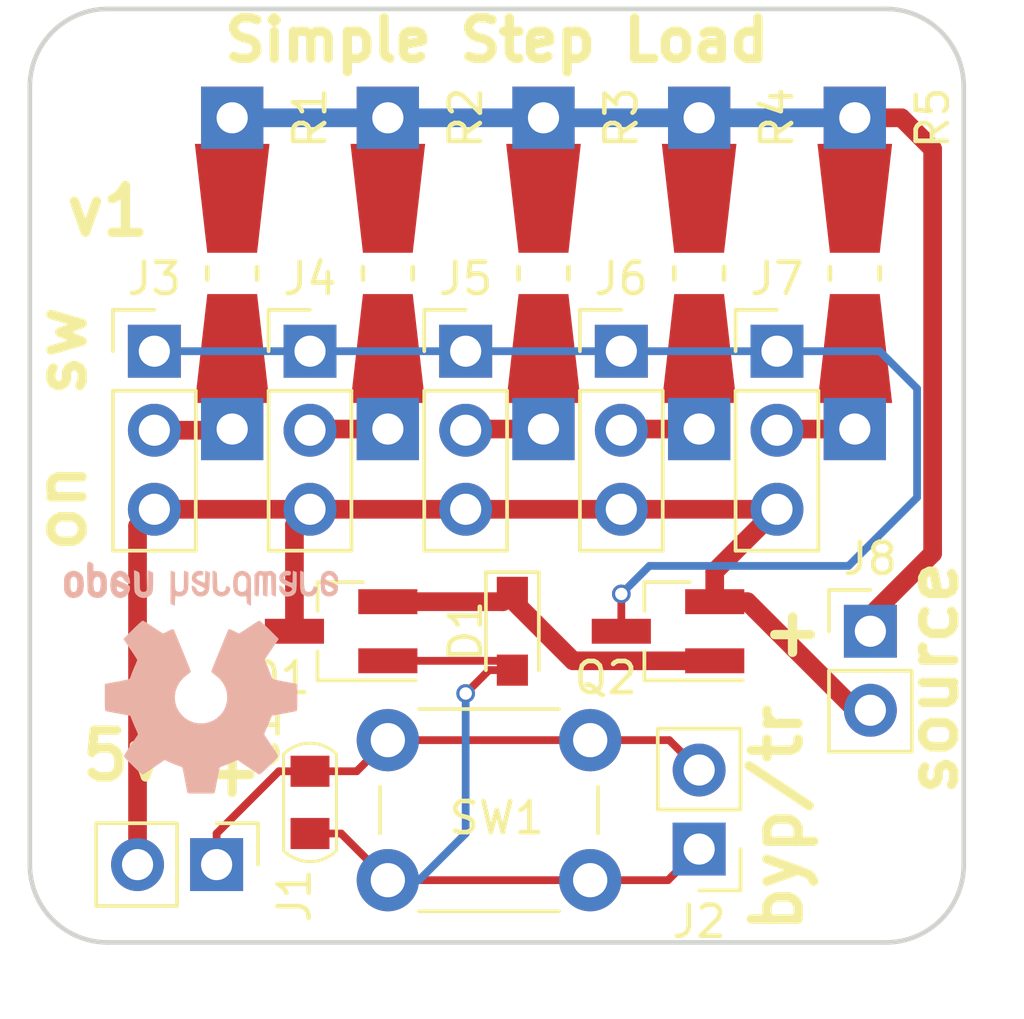
<source format=kicad_pcb>
(kicad_pcb (version 4) (host pcbnew 4.0.6-e0-6349~53~ubuntu14.04.1)

  (general
    (links 44)
    (no_connects 0)
    (area 0 0 0 0)
    (thickness 1.6)
    (drawings 8)
    (tracks 80)
    (zones 0)
    (modules 20)
    (nets 12)
  )

  (page A4)
  (layers
    (0 F.Cu signal)
    (31 B.Cu signal)
    (32 B.Adhes user)
    (33 F.Adhes user)
    (34 B.Paste user)
    (35 F.Paste user)
    (36 B.SilkS user)
    (37 F.SilkS user)
    (38 B.Mask user)
    (39 F.Mask user)
    (40 Dwgs.User user)
    (41 Cmts.User user)
    (42 Eco1.User user)
    (43 Eco2.User user)
    (44 Edge.Cuts user)
    (45 Margin user)
    (46 B.CrtYd user)
    (47 F.CrtYd user)
    (48 B.Fab user)
    (49 F.Fab user)
  )

  (setup
    (last_trace_width 0.25)
    (user_trace_width 0.6)
    (trace_clearance 0.2)
    (zone_clearance 0.508)
    (zone_45_only no)
    (trace_min 0.2)
    (segment_width 0.2)
    (edge_width 0.15)
    (via_size 0.6)
    (via_drill 0.4)
    (via_min_size 0.4)
    (via_min_drill 0.3)
    (uvia_size 0.3)
    (uvia_drill 0.1)
    (uvias_allowed no)
    (uvia_min_size 0.2)
    (uvia_min_drill 0.1)
    (pcb_text_width 0.3)
    (pcb_text_size 1.5 1.5)
    (mod_edge_width 0.15)
    (mod_text_size 1 1)
    (mod_text_width 0.15)
    (pad_size 1.524 1.524)
    (pad_drill 0.762)
    (pad_to_mask_clearance 0.2)
    (aux_axis_origin 137 94.5)
    (grid_origin 137 94.5)
    (visible_elements FFFFFF7F)
    (pcbplotparams
      (layerselection 0x00030_80000001)
      (usegerberextensions false)
      (excludeedgelayer true)
      (linewidth 0.100000)
      (plotframeref false)
      (viasonmask false)
      (mode 1)
      (useauxorigin false)
      (hpglpennumber 1)
      (hpglpenspeed 20)
      (hpglpendiameter 15)
      (hpglpenoverlay 2)
      (psnegative false)
      (psa4output false)
      (plotreference true)
      (plotvalue true)
      (plotinvisibletext false)
      (padsonsilk false)
      (subtractmaskfromsilk false)
      (outputformat 1)
      (mirror false)
      (drillshape 1)
      (scaleselection 1)
      (outputdirectory ""))
  )

  (net 0 "")
  (net 1 "Net-(C1-Pad1)")
  (net 2 "Net-(C1-Pad2)")
  (net 3 "Net-(D1-Pad1)")
  (net 4 GND)
  (net 5 "Net-(J3-Pad1)")
  (net 6 "Net-(J3-Pad2)")
  (net 7 "Net-(J4-Pad2)")
  (net 8 "Net-(J5-Pad2)")
  (net 9 "Net-(J6-Pad2)")
  (net 10 "Net-(J7-Pad2)")
  (net 11 VCC)

  (net_class Default "This is the default net class."
    (clearance 0.2)
    (trace_width 0.25)
    (via_dia 0.6)
    (via_drill 0.4)
    (uvia_dia 0.3)
    (uvia_drill 0.1)
    (add_net GND)
    (add_net "Net-(C1-Pad1)")
    (add_net "Net-(C1-Pad2)")
    (add_net "Net-(D1-Pad1)")
    (add_net "Net-(J3-Pad1)")
    (add_net "Net-(J3-Pad2)")
    (add_net "Net-(J4-Pad2)")
    (add_net "Net-(J5-Pad2)")
    (add_net "Net-(J6-Pad2)")
    (add_net "Net-(J7-Pad2)")
    (add_net VCC)
  )

  (module Capacitors_SMD_Round:C_0805 (layer F.Cu) (tedit 5995F13A) (tstamp 59AEB751)
    (at 146 120 90)
    (descr "Capacitor SMD 0805, reflow soldering, AVX (see smccp.pdf)")
    (tags "capacitor 0805")
    (path /5995F90B)
    (attr smd)
    (fp_text reference C1 (at 2 -1.5 90) (layer F.SilkS)
      (effects (font (size 1 1) (thickness 0.15)))
    )
    (fp_text value 0.1u (at 0 1.75 90) (layer F.Fab)
      (effects (font (size 1 1) (thickness 0.15)))
    )
    (fp_arc (start -0.7 0) (end -1.55 0.85) (angle 90) (layer F.SilkS) (width 0.1))
    (fp_arc (start 0.7 0) (end 1.55 -0.85) (angle 90) (layer F.SilkS) (width 0.1))
    (fp_line (start -1.5 0.85) (end 1.5 0.85) (layer F.SilkS) (width 0.1))
    (fp_line (start -1.5 -0.85) (end 1.5 -0.85) (layer F.SilkS) (width 0.1))
    (fp_text user %R (at 0 -1.5 90) (layer F.Fab)
      (effects (font (size 1 1) (thickness 0.15)))
    )
    (fp_line (start -1 0.62) (end -1 -0.62) (layer F.Fab) (width 0.1))
    (fp_line (start 1 0.62) (end -1 0.62) (layer F.Fab) (width 0.1))
    (fp_line (start 1 -0.62) (end 1 0.62) (layer F.Fab) (width 0.1))
    (fp_line (start -1 -0.62) (end 1 -0.62) (layer F.Fab) (width 0.1))
    (fp_line (start -1.75 -0.88) (end 1.75 -0.88) (layer F.CrtYd) (width 0.05))
    (fp_line (start -1.75 -0.88) (end -1.75 0.87) (layer F.CrtYd) (width 0.05))
    (fp_line (start 1.75 0.87) (end 1.75 -0.88) (layer F.CrtYd) (width 0.05))
    (fp_line (start 1.75 0.87) (end -1.75 0.87) (layer F.CrtYd) (width 0.05))
    (pad 1 smd rect (at -1 0 90) (size 1 1.25) (layers F.Cu F.Paste F.Mask)
      (net 1 "Net-(C1-Pad1)"))
    (pad 2 smd rect (at 1 0 90) (size 1 1.25) (layers F.Cu F.Paste F.Mask)
      (net 2 "Net-(C1-Pad2)"))
    (model Capacitors_SMD.3dshapes/C_0805.wrl
      (at (xyz 0 0 0))
      (scale (xyz 1 1 1))
      (rotate (xyz 0 0 0))
    )
  )

  (module Diodes_SMD:D_SOD-323_HandSoldering (layer F.Cu) (tedit 5995F12C) (tstamp 59AEB768)
    (at 152.5 114.5 270)
    (descr SOD-323)
    (tags SOD-323)
    (path /59939CBE)
    (attr smd)
    (fp_text reference D1 (at 0 1.5 270) (layer F.SilkS)
      (effects (font (size 1 1) (thickness 0.15)))
    )
    (fp_text value D (at 0.1 1.9 270) (layer F.Fab)
      (effects (font (size 1 1) (thickness 0.15)))
    )
    (fp_line (start -1.9 -0.85) (end -1.9 0.85) (layer F.SilkS) (width 0.12))
    (fp_line (start 0.2 0) (end 0.45 0) (layer F.Fab) (width 0.1))
    (fp_line (start 0.2 0.35) (end -0.3 0) (layer F.Fab) (width 0.1))
    (fp_line (start 0.2 -0.35) (end 0.2 0.35) (layer F.Fab) (width 0.1))
    (fp_line (start -0.3 0) (end 0.2 -0.35) (layer F.Fab) (width 0.1))
    (fp_line (start -0.3 0) (end -0.5 0) (layer F.Fab) (width 0.1))
    (fp_line (start -0.3 -0.35) (end -0.3 0.35) (layer F.Fab) (width 0.1))
    (fp_line (start -0.9 0.7) (end -0.9 -0.7) (layer F.Fab) (width 0.1))
    (fp_line (start 0.9 0.7) (end -0.9 0.7) (layer F.Fab) (width 0.1))
    (fp_line (start 0.9 -0.7) (end 0.9 0.7) (layer F.Fab) (width 0.1))
    (fp_line (start -0.9 -0.7) (end 0.9 -0.7) (layer F.Fab) (width 0.1))
    (fp_line (start -2 -0.95) (end 2 -0.95) (layer F.CrtYd) (width 0.05))
    (fp_line (start 2 -0.95) (end 2 0.95) (layer F.CrtYd) (width 0.05))
    (fp_line (start -2 0.95) (end 2 0.95) (layer F.CrtYd) (width 0.05))
    (fp_line (start -2 -0.95) (end -2 0.95) (layer F.CrtYd) (width 0.05))
    (fp_line (start -1.9 0.85) (end 1.25 0.85) (layer F.SilkS) (width 0.12))
    (fp_line (start -1.9 -0.85) (end 1.25 -0.85) (layer F.SilkS) (width 0.12))
    (pad 1 smd rect (at -1.25 0 270) (size 1 1) (layers F.Cu F.Paste F.Mask)
      (net 3 "Net-(D1-Pad1)"))
    (pad 2 smd rect (at 1.25 0 270) (size 1 1) (layers F.Cu F.Paste F.Mask)
      (net 1 "Net-(C1-Pad1)"))
    (model Diodes_SMD.3dshapes/D_SOD-323.wrl
      (at (xyz 0 0 0))
      (scale (xyz 1 1 1))
      (rotate (xyz 0 0 180))
    )
  )

  (module Pin_Headers:Pin_Header_Straight_1x02_Pitch2.54mm (layer F.Cu) (tedit 5995F13D) (tstamp 59AEB77D)
    (at 143 122 270)
    (descr "Through hole straight pin header, 1x02, 2.54mm pitch, single row")
    (tags "Through hole pin header THT 1x02 2.54mm single row")
    (path /5995F1F4)
    (fp_text reference J1 (at 1 -2.5 270) (layer F.SilkS)
      (effects (font (size 1 1) (thickness 0.15)))
    )
    (fp_text value CONN_01X02 (at 0 4.87 270) (layer F.Fab)
      (effects (font (size 1 1) (thickness 0.15)))
    )
    (fp_line (start -1.27 -1.27) (end -1.27 3.81) (layer F.Fab) (width 0.1))
    (fp_line (start -1.27 3.81) (end 1.27 3.81) (layer F.Fab) (width 0.1))
    (fp_line (start 1.27 3.81) (end 1.27 -1.27) (layer F.Fab) (width 0.1))
    (fp_line (start 1.27 -1.27) (end -1.27 -1.27) (layer F.Fab) (width 0.1))
    (fp_line (start -1.33 1.27) (end -1.33 3.87) (layer F.SilkS) (width 0.12))
    (fp_line (start -1.33 3.87) (end 1.33 3.87) (layer F.SilkS) (width 0.12))
    (fp_line (start 1.33 3.87) (end 1.33 1.27) (layer F.SilkS) (width 0.12))
    (fp_line (start 1.33 1.27) (end -1.33 1.27) (layer F.SilkS) (width 0.12))
    (fp_line (start -1.33 0) (end -1.33 -1.33) (layer F.SilkS) (width 0.12))
    (fp_line (start -1.33 -1.33) (end 0 -1.33) (layer F.SilkS) (width 0.12))
    (fp_line (start -1.8 -1.8) (end -1.8 4.35) (layer F.CrtYd) (width 0.05))
    (fp_line (start -1.8 4.35) (end 1.8 4.35) (layer F.CrtYd) (width 0.05))
    (fp_line (start 1.8 4.35) (end 1.8 -1.8) (layer F.CrtYd) (width 0.05))
    (fp_line (start 1.8 -1.8) (end -1.8 -1.8) (layer F.CrtYd) (width 0.05))
    (fp_text user %R (at 0 -2.33 270) (layer F.Fab)
      (effects (font (size 1 1) (thickness 0.15)))
    )
    (pad 1 thru_hole rect (at 0 0 270) (size 1.7 1.7) (drill 1) (layers *.Cu *.Mask)
      (net 2 "Net-(C1-Pad2)"))
    (pad 2 thru_hole oval (at 0 2.54 270) (size 1.7 1.7) (drill 1) (layers *.Cu *.Mask)
      (net 4 GND))
    (model ${KISYS3DMOD}/Pin_Headers.3dshapes/Pin_Header_Straight_1x02_Pitch2.54mm.wrl
      (at (xyz 0 -0.05 0))
      (scale (xyz 1 1 1))
      (rotate (xyz 0 0 90))
    )
  )

  (module Pin_Headers:Pin_Header_Straight_1x02_Pitch2.54mm (layer F.Cu) (tedit 58CD4EC1) (tstamp 59AEB792)
    (at 158.5 121.5 180)
    (descr "Through hole straight pin header, 1x02, 2.54mm pitch, single row")
    (tags "Through hole pin header THT 1x02 2.54mm single row")
    (path /5995F688)
    (fp_text reference J2 (at 0 -2.33 180) (layer F.SilkS)
      (effects (font (size 1 1) (thickness 0.15)))
    )
    (fp_text value CONN_01X02 (at 0 4.87 180) (layer F.Fab)
      (effects (font (size 1 1) (thickness 0.15)))
    )
    (fp_line (start -1.27 -1.27) (end -1.27 3.81) (layer F.Fab) (width 0.1))
    (fp_line (start -1.27 3.81) (end 1.27 3.81) (layer F.Fab) (width 0.1))
    (fp_line (start 1.27 3.81) (end 1.27 -1.27) (layer F.Fab) (width 0.1))
    (fp_line (start 1.27 -1.27) (end -1.27 -1.27) (layer F.Fab) (width 0.1))
    (fp_line (start -1.33 1.27) (end -1.33 3.87) (layer F.SilkS) (width 0.12))
    (fp_line (start -1.33 3.87) (end 1.33 3.87) (layer F.SilkS) (width 0.12))
    (fp_line (start 1.33 3.87) (end 1.33 1.27) (layer F.SilkS) (width 0.12))
    (fp_line (start 1.33 1.27) (end -1.33 1.27) (layer F.SilkS) (width 0.12))
    (fp_line (start -1.33 0) (end -1.33 -1.33) (layer F.SilkS) (width 0.12))
    (fp_line (start -1.33 -1.33) (end 0 -1.33) (layer F.SilkS) (width 0.12))
    (fp_line (start -1.8 -1.8) (end -1.8 4.35) (layer F.CrtYd) (width 0.05))
    (fp_line (start -1.8 4.35) (end 1.8 4.35) (layer F.CrtYd) (width 0.05))
    (fp_line (start 1.8 4.35) (end 1.8 -1.8) (layer F.CrtYd) (width 0.05))
    (fp_line (start 1.8 -1.8) (end -1.8 -1.8) (layer F.CrtYd) (width 0.05))
    (fp_text user %R (at 0 -2.33 180) (layer F.Fab)
      (effects (font (size 1 1) (thickness 0.15)))
    )
    (pad 1 thru_hole rect (at 0 0 180) (size 1.7 1.7) (drill 1) (layers *.Cu *.Mask)
      (net 1 "Net-(C1-Pad1)"))
    (pad 2 thru_hole oval (at 0 2.54 180) (size 1.7 1.7) (drill 1) (layers *.Cu *.Mask)
      (net 2 "Net-(C1-Pad2)"))
    (model ${KISYS3DMOD}/Pin_Headers.3dshapes/Pin_Header_Straight_1x02_Pitch2.54mm.wrl
      (at (xyz 0 -0.05 0))
      (scale (xyz 1 1 1))
      (rotate (xyz 0 0 90))
    )
  )

  (module Pin_Headers:Pin_Header_Straight_1x03_Pitch2.54mm (layer F.Cu) (tedit 58CD4EC1) (tstamp 59AEB7A8)
    (at 141 105.5)
    (descr "Through hole straight pin header, 1x03, 2.54mm pitch, single row")
    (tags "Through hole pin header THT 1x03 2.54mm single row")
    (path /599397BD)
    (fp_text reference J3 (at 0 -2.33) (layer F.SilkS)
      (effects (font (size 1 1) (thickness 0.15)))
    )
    (fp_text value CONN_01X03 (at 0 7.41) (layer F.Fab)
      (effects (font (size 1 1) (thickness 0.15)))
    )
    (fp_line (start -1.27 -1.27) (end -1.27 6.35) (layer F.Fab) (width 0.1))
    (fp_line (start -1.27 6.35) (end 1.27 6.35) (layer F.Fab) (width 0.1))
    (fp_line (start 1.27 6.35) (end 1.27 -1.27) (layer F.Fab) (width 0.1))
    (fp_line (start 1.27 -1.27) (end -1.27 -1.27) (layer F.Fab) (width 0.1))
    (fp_line (start -1.33 1.27) (end -1.33 6.41) (layer F.SilkS) (width 0.12))
    (fp_line (start -1.33 6.41) (end 1.33 6.41) (layer F.SilkS) (width 0.12))
    (fp_line (start 1.33 6.41) (end 1.33 1.27) (layer F.SilkS) (width 0.12))
    (fp_line (start 1.33 1.27) (end -1.33 1.27) (layer F.SilkS) (width 0.12))
    (fp_line (start -1.33 0) (end -1.33 -1.33) (layer F.SilkS) (width 0.12))
    (fp_line (start -1.33 -1.33) (end 0 -1.33) (layer F.SilkS) (width 0.12))
    (fp_line (start -1.8 -1.8) (end -1.8 6.85) (layer F.CrtYd) (width 0.05))
    (fp_line (start -1.8 6.85) (end 1.8 6.85) (layer F.CrtYd) (width 0.05))
    (fp_line (start 1.8 6.85) (end 1.8 -1.8) (layer F.CrtYd) (width 0.05))
    (fp_line (start 1.8 -1.8) (end -1.8 -1.8) (layer F.CrtYd) (width 0.05))
    (fp_text user %R (at 0 -2.33) (layer F.Fab)
      (effects (font (size 1 1) (thickness 0.15)))
    )
    (pad 1 thru_hole rect (at 0 0) (size 1.7 1.7) (drill 1) (layers *.Cu *.Mask)
      (net 5 "Net-(J3-Pad1)"))
    (pad 2 thru_hole oval (at 0 2.54) (size 1.7 1.7) (drill 1) (layers *.Cu *.Mask)
      (net 6 "Net-(J3-Pad2)"))
    (pad 3 thru_hole oval (at 0 5.08) (size 1.7 1.7) (drill 1) (layers *.Cu *.Mask)
      (net 4 GND))
    (model ${KISYS3DMOD}/Pin_Headers.3dshapes/Pin_Header_Straight_1x03_Pitch2.54mm.wrl
      (at (xyz 0 -0.1 0))
      (scale (xyz 1 1 1))
      (rotate (xyz 0 0 90))
    )
  )

  (module Pin_Headers:Pin_Header_Straight_1x03_Pitch2.54mm (layer F.Cu) (tedit 58CD4EC1) (tstamp 59AEB7BE)
    (at 146 105.5)
    (descr "Through hole straight pin header, 1x03, 2.54mm pitch, single row")
    (tags "Through hole pin header THT 1x03 2.54mm single row")
    (path /59939FF0)
    (fp_text reference J4 (at 0 -2.33) (layer F.SilkS)
      (effects (font (size 1 1) (thickness 0.15)))
    )
    (fp_text value CONN_01X03 (at 0 7.41) (layer F.Fab)
      (effects (font (size 1 1) (thickness 0.15)))
    )
    (fp_line (start -1.27 -1.27) (end -1.27 6.35) (layer F.Fab) (width 0.1))
    (fp_line (start -1.27 6.35) (end 1.27 6.35) (layer F.Fab) (width 0.1))
    (fp_line (start 1.27 6.35) (end 1.27 -1.27) (layer F.Fab) (width 0.1))
    (fp_line (start 1.27 -1.27) (end -1.27 -1.27) (layer F.Fab) (width 0.1))
    (fp_line (start -1.33 1.27) (end -1.33 6.41) (layer F.SilkS) (width 0.12))
    (fp_line (start -1.33 6.41) (end 1.33 6.41) (layer F.SilkS) (width 0.12))
    (fp_line (start 1.33 6.41) (end 1.33 1.27) (layer F.SilkS) (width 0.12))
    (fp_line (start 1.33 1.27) (end -1.33 1.27) (layer F.SilkS) (width 0.12))
    (fp_line (start -1.33 0) (end -1.33 -1.33) (layer F.SilkS) (width 0.12))
    (fp_line (start -1.33 -1.33) (end 0 -1.33) (layer F.SilkS) (width 0.12))
    (fp_line (start -1.8 -1.8) (end -1.8 6.85) (layer F.CrtYd) (width 0.05))
    (fp_line (start -1.8 6.85) (end 1.8 6.85) (layer F.CrtYd) (width 0.05))
    (fp_line (start 1.8 6.85) (end 1.8 -1.8) (layer F.CrtYd) (width 0.05))
    (fp_line (start 1.8 -1.8) (end -1.8 -1.8) (layer F.CrtYd) (width 0.05))
    (fp_text user %R (at 0 -2.33) (layer F.Fab)
      (effects (font (size 1 1) (thickness 0.15)))
    )
    (pad 1 thru_hole rect (at 0 0) (size 1.7 1.7) (drill 1) (layers *.Cu *.Mask)
      (net 5 "Net-(J3-Pad1)"))
    (pad 2 thru_hole oval (at 0 2.54) (size 1.7 1.7) (drill 1) (layers *.Cu *.Mask)
      (net 7 "Net-(J4-Pad2)"))
    (pad 3 thru_hole oval (at 0 5.08) (size 1.7 1.7) (drill 1) (layers *.Cu *.Mask)
      (net 4 GND))
    (model ${KISYS3DMOD}/Pin_Headers.3dshapes/Pin_Header_Straight_1x03_Pitch2.54mm.wrl
      (at (xyz 0 -0.1 0))
      (scale (xyz 1 1 1))
      (rotate (xyz 0 0 90))
    )
  )

  (module Pin_Headers:Pin_Header_Straight_1x03_Pitch2.54mm (layer F.Cu) (tedit 58CD4EC1) (tstamp 59AEB7D4)
    (at 151 105.5)
    (descr "Through hole straight pin header, 1x03, 2.54mm pitch, single row")
    (tags "Through hole pin header THT 1x03 2.54mm single row")
    (path /5993A152)
    (fp_text reference J5 (at 0 -2.33) (layer F.SilkS)
      (effects (font (size 1 1) (thickness 0.15)))
    )
    (fp_text value CONN_01X03 (at 0 7.41) (layer F.Fab)
      (effects (font (size 1 1) (thickness 0.15)))
    )
    (fp_line (start -1.27 -1.27) (end -1.27 6.35) (layer F.Fab) (width 0.1))
    (fp_line (start -1.27 6.35) (end 1.27 6.35) (layer F.Fab) (width 0.1))
    (fp_line (start 1.27 6.35) (end 1.27 -1.27) (layer F.Fab) (width 0.1))
    (fp_line (start 1.27 -1.27) (end -1.27 -1.27) (layer F.Fab) (width 0.1))
    (fp_line (start -1.33 1.27) (end -1.33 6.41) (layer F.SilkS) (width 0.12))
    (fp_line (start -1.33 6.41) (end 1.33 6.41) (layer F.SilkS) (width 0.12))
    (fp_line (start 1.33 6.41) (end 1.33 1.27) (layer F.SilkS) (width 0.12))
    (fp_line (start 1.33 1.27) (end -1.33 1.27) (layer F.SilkS) (width 0.12))
    (fp_line (start -1.33 0) (end -1.33 -1.33) (layer F.SilkS) (width 0.12))
    (fp_line (start -1.33 -1.33) (end 0 -1.33) (layer F.SilkS) (width 0.12))
    (fp_line (start -1.8 -1.8) (end -1.8 6.85) (layer F.CrtYd) (width 0.05))
    (fp_line (start -1.8 6.85) (end 1.8 6.85) (layer F.CrtYd) (width 0.05))
    (fp_line (start 1.8 6.85) (end 1.8 -1.8) (layer F.CrtYd) (width 0.05))
    (fp_line (start 1.8 -1.8) (end -1.8 -1.8) (layer F.CrtYd) (width 0.05))
    (fp_text user %R (at 0 -2.33) (layer F.Fab)
      (effects (font (size 1 1) (thickness 0.15)))
    )
    (pad 1 thru_hole rect (at 0 0) (size 1.7 1.7) (drill 1) (layers *.Cu *.Mask)
      (net 5 "Net-(J3-Pad1)"))
    (pad 2 thru_hole oval (at 0 2.54) (size 1.7 1.7) (drill 1) (layers *.Cu *.Mask)
      (net 8 "Net-(J5-Pad2)"))
    (pad 3 thru_hole oval (at 0 5.08) (size 1.7 1.7) (drill 1) (layers *.Cu *.Mask)
      (net 4 GND))
    (model ${KISYS3DMOD}/Pin_Headers.3dshapes/Pin_Header_Straight_1x03_Pitch2.54mm.wrl
      (at (xyz 0 -0.1 0))
      (scale (xyz 1 1 1))
      (rotate (xyz 0 0 90))
    )
  )

  (module Pin_Headers:Pin_Header_Straight_1x03_Pitch2.54mm (layer F.Cu) (tedit 58CD4EC1) (tstamp 59AEB7EA)
    (at 156 105.5)
    (descr "Through hole straight pin header, 1x03, 2.54mm pitch, single row")
    (tags "Through hole pin header THT 1x03 2.54mm single row")
    (path /5993A24C)
    (fp_text reference J6 (at 0 -2.33) (layer F.SilkS)
      (effects (font (size 1 1) (thickness 0.15)))
    )
    (fp_text value CONN_01X03 (at 0 7.41) (layer F.Fab)
      (effects (font (size 1 1) (thickness 0.15)))
    )
    (fp_line (start -1.27 -1.27) (end -1.27 6.35) (layer F.Fab) (width 0.1))
    (fp_line (start -1.27 6.35) (end 1.27 6.35) (layer F.Fab) (width 0.1))
    (fp_line (start 1.27 6.35) (end 1.27 -1.27) (layer F.Fab) (width 0.1))
    (fp_line (start 1.27 -1.27) (end -1.27 -1.27) (layer F.Fab) (width 0.1))
    (fp_line (start -1.33 1.27) (end -1.33 6.41) (layer F.SilkS) (width 0.12))
    (fp_line (start -1.33 6.41) (end 1.33 6.41) (layer F.SilkS) (width 0.12))
    (fp_line (start 1.33 6.41) (end 1.33 1.27) (layer F.SilkS) (width 0.12))
    (fp_line (start 1.33 1.27) (end -1.33 1.27) (layer F.SilkS) (width 0.12))
    (fp_line (start -1.33 0) (end -1.33 -1.33) (layer F.SilkS) (width 0.12))
    (fp_line (start -1.33 -1.33) (end 0 -1.33) (layer F.SilkS) (width 0.12))
    (fp_line (start -1.8 -1.8) (end -1.8 6.85) (layer F.CrtYd) (width 0.05))
    (fp_line (start -1.8 6.85) (end 1.8 6.85) (layer F.CrtYd) (width 0.05))
    (fp_line (start 1.8 6.85) (end 1.8 -1.8) (layer F.CrtYd) (width 0.05))
    (fp_line (start 1.8 -1.8) (end -1.8 -1.8) (layer F.CrtYd) (width 0.05))
    (fp_text user %R (at 0 -2.33) (layer F.Fab)
      (effects (font (size 1 1) (thickness 0.15)))
    )
    (pad 1 thru_hole rect (at 0 0) (size 1.7 1.7) (drill 1) (layers *.Cu *.Mask)
      (net 5 "Net-(J3-Pad1)"))
    (pad 2 thru_hole oval (at 0 2.54) (size 1.7 1.7) (drill 1) (layers *.Cu *.Mask)
      (net 9 "Net-(J6-Pad2)"))
    (pad 3 thru_hole oval (at 0 5.08) (size 1.7 1.7) (drill 1) (layers *.Cu *.Mask)
      (net 4 GND))
    (model ${KISYS3DMOD}/Pin_Headers.3dshapes/Pin_Header_Straight_1x03_Pitch2.54mm.wrl
      (at (xyz 0 -0.1 0))
      (scale (xyz 1 1 1))
      (rotate (xyz 0 0 90))
    )
  )

  (module Pin_Headers:Pin_Header_Straight_1x03_Pitch2.54mm (layer F.Cu) (tedit 58CD4EC1) (tstamp 59AEB800)
    (at 161 105.5)
    (descr "Through hole straight pin header, 1x03, 2.54mm pitch, single row")
    (tags "Through hole pin header THT 1x03 2.54mm single row")
    (path /5993A304)
    (fp_text reference J7 (at 0 -2.33) (layer F.SilkS)
      (effects (font (size 1 1) (thickness 0.15)))
    )
    (fp_text value CONN_01X03 (at 0 7.41) (layer F.Fab)
      (effects (font (size 1 1) (thickness 0.15)))
    )
    (fp_line (start -1.27 -1.27) (end -1.27 6.35) (layer F.Fab) (width 0.1))
    (fp_line (start -1.27 6.35) (end 1.27 6.35) (layer F.Fab) (width 0.1))
    (fp_line (start 1.27 6.35) (end 1.27 -1.27) (layer F.Fab) (width 0.1))
    (fp_line (start 1.27 -1.27) (end -1.27 -1.27) (layer F.Fab) (width 0.1))
    (fp_line (start -1.33 1.27) (end -1.33 6.41) (layer F.SilkS) (width 0.12))
    (fp_line (start -1.33 6.41) (end 1.33 6.41) (layer F.SilkS) (width 0.12))
    (fp_line (start 1.33 6.41) (end 1.33 1.27) (layer F.SilkS) (width 0.12))
    (fp_line (start 1.33 1.27) (end -1.33 1.27) (layer F.SilkS) (width 0.12))
    (fp_line (start -1.33 0) (end -1.33 -1.33) (layer F.SilkS) (width 0.12))
    (fp_line (start -1.33 -1.33) (end 0 -1.33) (layer F.SilkS) (width 0.12))
    (fp_line (start -1.8 -1.8) (end -1.8 6.85) (layer F.CrtYd) (width 0.05))
    (fp_line (start -1.8 6.85) (end 1.8 6.85) (layer F.CrtYd) (width 0.05))
    (fp_line (start 1.8 6.85) (end 1.8 -1.8) (layer F.CrtYd) (width 0.05))
    (fp_line (start 1.8 -1.8) (end -1.8 -1.8) (layer F.CrtYd) (width 0.05))
    (fp_text user %R (at 0 -2.33) (layer F.Fab)
      (effects (font (size 1 1) (thickness 0.15)))
    )
    (pad 1 thru_hole rect (at 0 0) (size 1.7 1.7) (drill 1) (layers *.Cu *.Mask)
      (net 5 "Net-(J3-Pad1)"))
    (pad 2 thru_hole oval (at 0 2.54) (size 1.7 1.7) (drill 1) (layers *.Cu *.Mask)
      (net 10 "Net-(J7-Pad2)"))
    (pad 3 thru_hole oval (at 0 5.08) (size 1.7 1.7) (drill 1) (layers *.Cu *.Mask)
      (net 4 GND))
    (model ${KISYS3DMOD}/Pin_Headers.3dshapes/Pin_Header_Straight_1x03_Pitch2.54mm.wrl
      (at (xyz 0 -0.1 0))
      (scale (xyz 1 1 1))
      (rotate (xyz 0 0 90))
    )
  )

  (module Board_Outlines:Board_Outline_30mm_Square locked (layer F.Cu) (tedit 596718B2) (tstamp 59AEB80E)
    (at 137 94.5)
    (path /5995FD40)
    (fp_text reference P1 (at 9 -1) (layer F.SilkS) hide
      (effects (font (size 1 1) (thickness 0.15)))
    )
    (fp_text value Outline (at 15 -1) (layer F.Fab) hide
      (effects (font (size 1 1) (thickness 0.15)))
    )
    (fp_line (start 30 27.5) (end 30 2.5) (layer Edge.Cuts) (width 0.15))
    (fp_line (start 2.5 30) (end 27.5 30) (layer Edge.Cuts) (width 0.15))
    (fp_line (start 0 2.5) (end 0 27.5) (layer Edge.Cuts) (width 0.15))
    (fp_line (start 27.5 0) (end 2.5 0) (layer Edge.Cuts) (width 0.15))
    (fp_arc (start 2.5 27.5) (end 2.5 30) (angle 90) (layer Edge.Cuts) (width 0.15))
    (fp_arc (start 27.5 27.5) (end 30 27.5) (angle 90) (layer Edge.Cuts) (width 0.15))
    (fp_arc (start 27.5 2.5) (end 27.5 0) (angle 90) (layer Edge.Cuts) (width 0.15))
    (fp_arc (start 2.5 2.5) (end 0 2.5) (angle 90) (layer Edge.Cuts) (width 0.15))
    (pad "" np_thru_hole circle (at 2.5 2.5) (size 3.2 3.2) (drill 3.2) (layers *.Cu *.Mask))
    (pad "" np_thru_hole circle (at 27.5 27.5) (size 3.2 3.2) (drill 3.2) (layers *.Cu *.Mask))
  )

  (module Symbols:OSHW-Logo2_9.8x8mm_SilkScreen (layer B.Cu) (tedit 0) (tstamp 59AEB81F)
    (at 142.5 116)
    (descr "Open Source Hardware Symbol")
    (tags "Logo Symbol OSHW")
    (path /5995FDA9)
    (attr virtual)
    (fp_text reference P2 (at 0 0) (layer B.SilkS) hide
      (effects (font (size 1 1) (thickness 0.15)) (justify mirror))
    )
    (fp_text value OSHW (at 0.75 0) (layer B.Fab) hide
      (effects (font (size 1 1) (thickness 0.15)) (justify mirror))
    )
    (fp_poly (pts (xy -3.231114 -2.584505) (xy -3.156461 -2.621727) (xy -3.090569 -2.690261) (xy -3.072423 -2.715648)
      (xy -3.052655 -2.748866) (xy -3.039828 -2.784945) (xy -3.03249 -2.833098) (xy -3.029187 -2.902536)
      (xy -3.028462 -2.994206) (xy -3.031737 -3.11983) (xy -3.043123 -3.214154) (xy -3.064959 -3.284523)
      (xy -3.099581 -3.338286) (xy -3.14933 -3.382788) (xy -3.152986 -3.385423) (xy -3.202015 -3.412377)
      (xy -3.261055 -3.425712) (xy -3.336141 -3.429) (xy -3.458205 -3.429) (xy -3.458256 -3.547497)
      (xy -3.459392 -3.613492) (xy -3.466314 -3.652202) (xy -3.484402 -3.675419) (xy -3.519038 -3.694933)
      (xy -3.527355 -3.69892) (xy -3.56628 -3.717603) (xy -3.596417 -3.729403) (xy -3.618826 -3.730422)
      (xy -3.634567 -3.716761) (xy -3.644698 -3.684522) (xy -3.650277 -3.629804) (xy -3.652365 -3.548711)
      (xy -3.652019 -3.437344) (xy -3.6503 -3.291802) (xy -3.649763 -3.248269) (xy -3.647828 -3.098205)
      (xy -3.646096 -3.000042) (xy -3.458308 -3.000042) (xy -3.457252 -3.083364) (xy -3.452562 -3.13788)
      (xy -3.441949 -3.173837) (xy -3.423128 -3.201482) (xy -3.41035 -3.214965) (xy -3.35811 -3.254417)
      (xy -3.311858 -3.257628) (xy -3.264133 -3.225049) (xy -3.262923 -3.223846) (xy -3.243506 -3.198668)
      (xy -3.231693 -3.164447) (xy -3.225735 -3.111748) (xy -3.22388 -3.031131) (xy -3.223846 -3.013271)
      (xy -3.22833 -2.902175) (xy -3.242926 -2.825161) (xy -3.26935 -2.778147) (xy -3.309317 -2.75705)
      (xy -3.332416 -2.754923) (xy -3.387238 -2.7649) (xy -3.424842 -2.797752) (xy -3.447477 -2.857857)
      (xy -3.457394 -2.949598) (xy -3.458308 -3.000042) (xy -3.646096 -3.000042) (xy -3.645778 -2.98206)
      (xy -3.643127 -2.894679) (xy -3.639394 -2.830905) (xy -3.634093 -2.785582) (xy -3.626742 -2.753555)
      (xy -3.616857 -2.729668) (xy -3.603954 -2.708764) (xy -3.598421 -2.700898) (xy -3.525031 -2.626595)
      (xy -3.43224 -2.584467) (xy -3.324904 -2.572722) (xy -3.231114 -2.584505)) (layer B.SilkS) (width 0.01))
    (fp_poly (pts (xy -1.728336 -2.595089) (xy -1.665633 -2.631358) (xy -1.622039 -2.667358) (xy -1.590155 -2.705075)
      (xy -1.56819 -2.751199) (xy -1.554351 -2.812421) (xy -1.546847 -2.895431) (xy -1.543883 -3.006919)
      (xy -1.543539 -3.087062) (xy -1.543539 -3.382065) (xy -1.709615 -3.456515) (xy -1.719385 -3.133402)
      (xy -1.723421 -3.012729) (xy -1.727656 -2.925141) (xy -1.732903 -2.86465) (xy -1.739975 -2.825268)
      (xy -1.749689 -2.801007) (xy -1.762856 -2.78588) (xy -1.767081 -2.782606) (xy -1.831091 -2.757034)
      (xy -1.895792 -2.767153) (xy -1.934308 -2.794) (xy -1.949975 -2.813024) (xy -1.96082 -2.837988)
      (xy -1.967712 -2.875834) (xy -1.971521 -2.933502) (xy -1.973117 -3.017935) (xy -1.973385 -3.105928)
      (xy -1.973437 -3.216323) (xy -1.975328 -3.294463) (xy -1.981655 -3.347165) (xy -1.995017 -3.381242)
      (xy -2.018015 -3.403511) (xy -2.053246 -3.420787) (xy -2.100303 -3.438738) (xy -2.151697 -3.458278)
      (xy -2.145579 -3.111485) (xy -2.143116 -2.986468) (xy -2.140233 -2.894082) (xy -2.136102 -2.827881)
      (xy -2.129893 -2.78142) (xy -2.120774 -2.748256) (xy -2.107917 -2.721944) (xy -2.092416 -2.698729)
      (xy -2.017629 -2.624569) (xy -1.926372 -2.581684) (xy -1.827117 -2.571412) (xy -1.728336 -2.595089)) (layer B.SilkS) (width 0.01))
    (fp_poly (pts (xy -3.983114 -2.587256) (xy -3.891536 -2.635409) (xy -3.823951 -2.712905) (xy -3.799943 -2.762727)
      (xy -3.781262 -2.837533) (xy -3.771699 -2.932052) (xy -3.770792 -3.03521) (xy -3.778079 -3.135935)
      (xy -3.793097 -3.223153) (xy -3.815385 -3.285791) (xy -3.822235 -3.296579) (xy -3.903368 -3.377105)
      (xy -3.999734 -3.425336) (xy -4.104299 -3.43945) (xy -4.210032 -3.417629) (xy -4.239457 -3.404547)
      (xy -4.296759 -3.364231) (xy -4.34705 -3.310775) (xy -4.351803 -3.303995) (xy -4.371122 -3.271321)
      (xy -4.383892 -3.236394) (xy -4.391436 -3.190414) (xy -4.395076 -3.124584) (xy -4.396135 -3.030105)
      (xy -4.396154 -3.008923) (xy -4.396106 -3.002182) (xy -4.200769 -3.002182) (xy -4.199632 -3.091349)
      (xy -4.195159 -3.15052) (xy -4.185754 -3.188741) (xy -4.169824 -3.215053) (xy -4.161692 -3.223846)
      (xy -4.114942 -3.257261) (xy -4.069553 -3.255737) (xy -4.02366 -3.226752) (xy -3.996288 -3.195809)
      (xy -3.980077 -3.150643) (xy -3.970974 -3.07942) (xy -3.970349 -3.071114) (xy -3.968796 -2.942037)
      (xy -3.985035 -2.846172) (xy -4.018848 -2.784107) (xy -4.070016 -2.756432) (xy -4.08828 -2.754923)
      (xy -4.13624 -2.762513) (xy -4.169047 -2.788808) (xy -4.189105 -2.839095) (xy -4.198822 -2.918664)
      (xy -4.200769 -3.002182) (xy -4.396106 -3.002182) (xy -4.395426 -2.908249) (xy -4.392371 -2.837906)
      (xy -4.385678 -2.789163) (xy -4.37404 -2.753288) (xy -4.356147 -2.721548) (xy -4.352192 -2.715648)
      (xy -4.285733 -2.636104) (xy -4.213315 -2.589929) (xy -4.125151 -2.571599) (xy -4.095213 -2.570703)
      (xy -3.983114 -2.587256)) (layer B.SilkS) (width 0.01))
    (fp_poly (pts (xy -2.465746 -2.599745) (xy -2.388714 -2.651567) (xy -2.329184 -2.726412) (xy -2.293622 -2.821654)
      (xy -2.286429 -2.891756) (xy -2.287246 -2.921009) (xy -2.294086 -2.943407) (xy -2.312888 -2.963474)
      (xy -2.349592 -2.985733) (xy -2.410138 -3.014709) (xy -2.500466 -3.054927) (xy -2.500923 -3.055129)
      (xy -2.584067 -3.09321) (xy -2.652247 -3.127025) (xy -2.698495 -3.152933) (xy -2.715842 -3.167295)
      (xy -2.715846 -3.167411) (xy -2.700557 -3.198685) (xy -2.664804 -3.233157) (xy -2.623758 -3.25799)
      (xy -2.602963 -3.262923) (xy -2.54623 -3.245862) (xy -2.497373 -3.203133) (xy -2.473535 -3.156155)
      (xy -2.450603 -3.121522) (xy -2.405682 -3.082081) (xy -2.352877 -3.048009) (xy -2.30629 -3.02948)
      (xy -2.296548 -3.028462) (xy -2.285582 -3.045215) (xy -2.284921 -3.088039) (xy -2.29298 -3.145781)
      (xy -2.308173 -3.207289) (xy -2.328914 -3.261409) (xy -2.329962 -3.26351) (xy -2.392379 -3.35066)
      (xy -2.473274 -3.409939) (xy -2.565144 -3.439034) (xy -2.660487 -3.435634) (xy -2.751802 -3.397428)
      (xy -2.755862 -3.394741) (xy -2.827694 -3.329642) (xy -2.874927 -3.244705) (xy -2.901066 -3.133021)
      (xy -2.904574 -3.101643) (xy -2.910787 -2.953536) (xy -2.903339 -2.884468) (xy -2.715846 -2.884468)
      (xy -2.71341 -2.927552) (xy -2.700086 -2.940126) (xy -2.666868 -2.930719) (xy -2.614506 -2.908483)
      (xy -2.555976 -2.88061) (xy -2.554521 -2.879872) (xy -2.504911 -2.853777) (xy -2.485 -2.836363)
      (xy -2.48991 -2.818107) (xy -2.510584 -2.79412) (xy -2.563181 -2.759406) (xy -2.619823 -2.756856)
      (xy -2.670631 -2.782119) (xy -2.705724 -2.830847) (xy -2.715846 -2.884468) (xy -2.903339 -2.884468)
      (xy -2.898008 -2.835036) (xy -2.865222 -2.741055) (xy -2.819579 -2.675215) (xy -2.737198 -2.608681)
      (xy -2.646454 -2.575676) (xy -2.553815 -2.573573) (xy -2.465746 -2.599745)) (layer B.SilkS) (width 0.01))
    (fp_poly (pts (xy -0.840154 -2.49212) (xy -0.834428 -2.57198) (xy -0.827851 -2.619039) (xy -0.818738 -2.639566)
      (xy -0.805402 -2.639829) (xy -0.801077 -2.637378) (xy -0.743556 -2.619636) (xy -0.668732 -2.620672)
      (xy -0.592661 -2.63891) (xy -0.545082 -2.662505) (xy -0.496298 -2.700198) (xy -0.460636 -2.742855)
      (xy -0.436155 -2.797057) (xy -0.420913 -2.869384) (xy -0.41297 -2.966419) (xy -0.410384 -3.094742)
      (xy -0.410338 -3.119358) (xy -0.410308 -3.39587) (xy -0.471839 -3.41732) (xy -0.515541 -3.431912)
      (xy -0.539518 -3.438706) (xy -0.540223 -3.438769) (xy -0.542585 -3.420345) (xy -0.544594 -3.369526)
      (xy -0.546099 -3.292993) (xy -0.546947 -3.19743) (xy -0.547077 -3.139329) (xy -0.547349 -3.024771)
      (xy -0.548748 -2.942667) (xy -0.552151 -2.886393) (xy -0.558433 -2.849326) (xy -0.568471 -2.824844)
      (xy -0.583139 -2.806325) (xy -0.592298 -2.797406) (xy -0.655211 -2.761466) (xy -0.723864 -2.758775)
      (xy -0.786152 -2.78917) (xy -0.797671 -2.800144) (xy -0.814567 -2.820779) (xy -0.826286 -2.845256)
      (xy -0.833767 -2.880647) (xy -0.837946 -2.934026) (xy -0.839763 -3.012466) (xy -0.840154 -3.120617)
      (xy -0.840154 -3.39587) (xy -0.901685 -3.41732) (xy -0.945387 -3.431912) (xy -0.969364 -3.438706)
      (xy -0.97007 -3.438769) (xy -0.971874 -3.420069) (xy -0.9735 -3.367322) (xy -0.974883 -3.285557)
      (xy -0.975958 -3.179805) (xy -0.97666 -3.055094) (xy -0.976923 -2.916455) (xy -0.976923 -2.381806)
      (xy -0.849923 -2.328236) (xy -0.840154 -2.49212)) (layer B.SilkS) (width 0.01))
    (fp_poly (pts (xy 0.053501 -2.626303) (xy 0.13006 -2.654733) (xy 0.130936 -2.655279) (xy 0.178285 -2.690127)
      (xy 0.213241 -2.730852) (xy 0.237825 -2.783925) (xy 0.254062 -2.855814) (xy 0.263975 -2.952992)
      (xy 0.269586 -3.081928) (xy 0.270077 -3.100298) (xy 0.277141 -3.377287) (xy 0.217695 -3.408028)
      (xy 0.174681 -3.428802) (xy 0.14871 -3.438646) (xy 0.147509 -3.438769) (xy 0.143014 -3.420606)
      (xy 0.139444 -3.371612) (xy 0.137248 -3.300031) (xy 0.136769 -3.242068) (xy 0.136758 -3.14817)
      (xy 0.132466 -3.089203) (xy 0.117503 -3.061079) (xy 0.085482 -3.059706) (xy 0.030014 -3.080998)
      (xy -0.053731 -3.120136) (xy -0.115311 -3.152643) (xy -0.146983 -3.180845) (xy -0.156294 -3.211582)
      (xy -0.156308 -3.213104) (xy -0.140943 -3.266054) (xy -0.095453 -3.29466) (xy -0.025834 -3.298803)
      (xy 0.024313 -3.298084) (xy 0.050754 -3.312527) (xy 0.067243 -3.347218) (xy 0.076733 -3.391416)
      (xy 0.063057 -3.416493) (xy 0.057907 -3.420082) (xy 0.009425 -3.434496) (xy -0.058469 -3.436537)
      (xy -0.128388 -3.426983) (xy -0.177932 -3.409522) (xy -0.24643 -3.351364) (xy -0.285366 -3.270408)
      (xy -0.293077 -3.20716) (xy -0.287193 -3.150111) (xy -0.265899 -3.103542) (xy -0.223735 -3.062181)
      (xy -0.155241 -3.020755) (xy -0.054956 -2.973993) (xy -0.048846 -2.97135) (xy 0.04149 -2.929617)
      (xy 0.097235 -2.895391) (xy 0.121129 -2.864635) (xy 0.115913 -2.833311) (xy 0.084328 -2.797383)
      (xy 0.074883 -2.789116) (xy 0.011617 -2.757058) (xy -0.053936 -2.758407) (xy -0.111028 -2.789838)
      (xy -0.148907 -2.848024) (xy -0.152426 -2.859446) (xy -0.1867 -2.914837) (xy -0.230191 -2.941518)
      (xy -0.293077 -2.96796) (xy -0.293077 -2.899548) (xy -0.273948 -2.80011) (xy -0.217169 -2.708902)
      (xy -0.187622 -2.678389) (xy -0.120458 -2.639228) (xy -0.035044 -2.6215) (xy 0.053501 -2.626303)) (layer B.SilkS) (width 0.01))
    (fp_poly (pts (xy 0.713362 -2.62467) (xy 0.802117 -2.657421) (xy 0.874022 -2.71535) (xy 0.902144 -2.756128)
      (xy 0.932802 -2.830954) (xy 0.932165 -2.885058) (xy 0.899987 -2.921446) (xy 0.888081 -2.927633)
      (xy 0.836675 -2.946925) (xy 0.810422 -2.941982) (xy 0.80153 -2.909587) (xy 0.801077 -2.891692)
      (xy 0.784797 -2.825859) (xy 0.742365 -2.779807) (xy 0.683388 -2.757564) (xy 0.617475 -2.763161)
      (xy 0.563895 -2.792229) (xy 0.545798 -2.80881) (xy 0.532971 -2.828925) (xy 0.524306 -2.859332)
      (xy 0.518696 -2.906788) (xy 0.515035 -2.97805) (xy 0.512215 -3.079875) (xy 0.511484 -3.112115)
      (xy 0.50882 -3.22241) (xy 0.505792 -3.300036) (xy 0.50125 -3.351396) (xy 0.494046 -3.38289)
      (xy 0.483033 -3.40092) (xy 0.46706 -3.411888) (xy 0.456834 -3.416733) (xy 0.413406 -3.433301)
      (xy 0.387842 -3.438769) (xy 0.379395 -3.420507) (xy 0.374239 -3.365296) (xy 0.372346 -3.272499)
      (xy 0.373689 -3.141478) (xy 0.374107 -3.121269) (xy 0.377058 -3.001733) (xy 0.380548 -2.914449)
      (xy 0.385514 -2.852591) (xy 0.392893 -2.809336) (xy 0.403624 -2.77786) (xy 0.418645 -2.751339)
      (xy 0.426502 -2.739975) (xy 0.471553 -2.689692) (xy 0.52194 -2.650581) (xy 0.528108 -2.647167)
      (xy 0.618458 -2.620212) (xy 0.713362 -2.62467)) (layer B.SilkS) (width 0.01))
    (fp_poly (pts (xy 1.602081 -2.780289) (xy 1.601833 -2.92632) (xy 1.600872 -3.038655) (xy 1.598794 -3.122678)
      (xy 1.595193 -3.183769) (xy 1.589665 -3.227309) (xy 1.581804 -3.258679) (xy 1.571207 -3.283262)
      (xy 1.563182 -3.297294) (xy 1.496728 -3.373388) (xy 1.41247 -3.421084) (xy 1.319249 -3.438199)
      (xy 1.2259 -3.422546) (xy 1.170312 -3.394418) (xy 1.111957 -3.34576) (xy 1.072186 -3.286333)
      (xy 1.04819 -3.208507) (xy 1.037161 -3.104652) (xy 1.035599 -3.028462) (xy 1.035809 -3.022986)
      (xy 1.172308 -3.022986) (xy 1.173141 -3.110355) (xy 1.176961 -3.168192) (xy 1.185746 -3.206029)
      (xy 1.201474 -3.233398) (xy 1.220266 -3.254042) (xy 1.283375 -3.29389) (xy 1.351137 -3.297295)
      (xy 1.415179 -3.264025) (xy 1.420164 -3.259517) (xy 1.441439 -3.236067) (xy 1.454779 -3.208166)
      (xy 1.462001 -3.166641) (xy 1.464923 -3.102316) (xy 1.465385 -3.0312) (xy 1.464383 -2.941858)
      (xy 1.460238 -2.882258) (xy 1.451236 -2.843089) (xy 1.435667 -2.81504) (xy 1.422902 -2.800144)
      (xy 1.3636 -2.762575) (xy 1.295301 -2.758057) (xy 1.23011 -2.786753) (xy 1.217528 -2.797406)
      (xy 1.196111 -2.821063) (xy 1.182744 -2.849251) (xy 1.175566 -2.891245) (xy 1.172719 -2.956319)
      (xy 1.172308 -3.022986) (xy 1.035809 -3.022986) (xy 1.040322 -2.905765) (xy 1.056362 -2.813577)
      (xy 1.086528 -2.744269) (xy 1.133629 -2.690211) (xy 1.170312 -2.662505) (xy 1.23699 -2.632572)
      (xy 1.314272 -2.618678) (xy 1.38611 -2.622397) (xy 1.426308 -2.6374) (xy 1.442082 -2.64167)
      (xy 1.45255 -2.62575) (xy 1.459856 -2.583089) (xy 1.465385 -2.518106) (xy 1.471437 -2.445732)
      (xy 1.479844 -2.402187) (xy 1.495141 -2.377287) (xy 1.521864 -2.360845) (xy 1.538654 -2.353564)
      (xy 1.602154 -2.326963) (xy 1.602081 -2.780289)) (layer B.SilkS) (width 0.01))
    (fp_poly (pts (xy 2.395929 -2.636662) (xy 2.398911 -2.688068) (xy 2.401247 -2.766192) (xy 2.402749 -2.864857)
      (xy 2.403231 -2.968343) (xy 2.403231 -3.318533) (xy 2.341401 -3.380363) (xy 2.298793 -3.418462)
      (xy 2.26139 -3.433895) (xy 2.21027 -3.432918) (xy 2.189978 -3.430433) (xy 2.126554 -3.4232)
      (xy 2.074095 -3.419055) (xy 2.061308 -3.418672) (xy 2.018199 -3.421176) (xy 1.956544 -3.427462)
      (xy 1.932638 -3.430433) (xy 1.873922 -3.435028) (xy 1.834464 -3.425046) (xy 1.795338 -3.394228)
      (xy 1.781215 -3.380363) (xy 1.719385 -3.318533) (xy 1.719385 -2.663503) (xy 1.76915 -2.640829)
      (xy 1.812002 -2.624034) (xy 1.837073 -2.618154) (xy 1.843501 -2.636736) (xy 1.849509 -2.688655)
      (xy 1.854697 -2.768172) (xy 1.858664 -2.869546) (xy 1.860577 -2.955192) (xy 1.865923 -3.292231)
      (xy 1.91256 -3.298825) (xy 1.954976 -3.294214) (xy 1.97576 -3.279287) (xy 1.98157 -3.251377)
      (xy 1.98653 -3.191925) (xy 1.990246 -3.108466) (xy 1.992324 -3.008532) (xy 1.992624 -2.957104)
      (xy 1.992923 -2.661054) (xy 2.054454 -2.639604) (xy 2.098004 -2.62502) (xy 2.121694 -2.618219)
      (xy 2.122377 -2.618154) (xy 2.124754 -2.636642) (xy 2.127366 -2.687906) (xy 2.129995 -2.765649)
      (xy 2.132421 -2.863574) (xy 2.134115 -2.955192) (xy 2.139461 -3.292231) (xy 2.256692 -3.292231)
      (xy 2.262072 -2.984746) (xy 2.267451 -2.677261) (xy 2.324601 -2.647707) (xy 2.366797 -2.627413)
      (xy 2.39177 -2.618204) (xy 2.392491 -2.618154) (xy 2.395929 -2.636662)) (layer B.SilkS) (width 0.01))
    (fp_poly (pts (xy 2.887333 -2.633528) (xy 2.94359 -2.659117) (xy 2.987747 -2.690124) (xy 3.020101 -2.724795)
      (xy 3.042438 -2.76952) (xy 3.056546 -2.830692) (xy 3.064211 -2.914701) (xy 3.06722 -3.02794)
      (xy 3.067538 -3.102509) (xy 3.067538 -3.39342) (xy 3.017773 -3.416095) (xy 2.978576 -3.432667)
      (xy 2.959157 -3.438769) (xy 2.955442 -3.42061) (xy 2.952495 -3.371648) (xy 2.950691 -3.300153)
      (xy 2.950308 -3.243385) (xy 2.948661 -3.161371) (xy 2.944222 -3.096309) (xy 2.93774 -3.056467)
      (xy 2.93259 -3.048) (xy 2.897977 -3.056646) (xy 2.84364 -3.078823) (xy 2.780722 -3.108886)
      (xy 2.720368 -3.141192) (xy 2.673721 -3.170098) (xy 2.651926 -3.189961) (xy 2.651839 -3.190175)
      (xy 2.653714 -3.226935) (xy 2.670525 -3.262026) (xy 2.700039 -3.290528) (xy 2.743116 -3.300061)
      (xy 2.779932 -3.29895) (xy 2.832074 -3.298133) (xy 2.859444 -3.310349) (xy 2.875882 -3.342624)
      (xy 2.877955 -3.34871) (xy 2.885081 -3.394739) (xy 2.866024 -3.422687) (xy 2.816353 -3.436007)
      (xy 2.762697 -3.43847) (xy 2.666142 -3.42021) (xy 2.616159 -3.394131) (xy 2.554429 -3.332868)
      (xy 2.52169 -3.25767) (xy 2.518753 -3.178211) (xy 2.546424 -3.104167) (xy 2.588047 -3.057769)
      (xy 2.629604 -3.031793) (xy 2.694922 -2.998907) (xy 2.771038 -2.965557) (xy 2.783726 -2.960461)
      (xy 2.867333 -2.923565) (xy 2.91553 -2.891046) (xy 2.93103 -2.858718) (xy 2.91655 -2.822394)
      (xy 2.891692 -2.794) (xy 2.832939 -2.759039) (xy 2.768293 -2.756417) (xy 2.709008 -2.783358)
      (xy 2.666339 -2.837088) (xy 2.660739 -2.85095) (xy 2.628133 -2.901936) (xy 2.58053 -2.939787)
      (xy 2.520461 -2.97085) (xy 2.520461 -2.882768) (xy 2.523997 -2.828951) (xy 2.539156 -2.786534)
      (xy 2.572768 -2.741279) (xy 2.605035 -2.70642) (xy 2.655209 -2.657062) (xy 2.694193 -2.630547)
      (xy 2.736064 -2.619911) (xy 2.78346 -2.618154) (xy 2.887333 -2.633528)) (layer B.SilkS) (width 0.01))
    (fp_poly (pts (xy 3.570807 -2.636782) (xy 3.594161 -2.646988) (xy 3.649902 -2.691134) (xy 3.697569 -2.754967)
      (xy 3.727048 -2.823087) (xy 3.731846 -2.85667) (xy 3.71576 -2.903556) (xy 3.680475 -2.928365)
      (xy 3.642644 -2.943387) (xy 3.625321 -2.946155) (xy 3.616886 -2.926066) (xy 3.60023 -2.882351)
      (xy 3.592923 -2.862598) (xy 3.551948 -2.794271) (xy 3.492622 -2.760191) (xy 3.416552 -2.761239)
      (xy 3.410918 -2.762581) (xy 3.370305 -2.781836) (xy 3.340448 -2.819375) (xy 3.320055 -2.879809)
      (xy 3.307836 -2.967751) (xy 3.3025 -3.087813) (xy 3.302 -3.151698) (xy 3.301752 -3.252403)
      (xy 3.300126 -3.321054) (xy 3.295801 -3.364673) (xy 3.287454 -3.390282) (xy 3.273765 -3.404903)
      (xy 3.253411 -3.415558) (xy 3.252234 -3.416095) (xy 3.213038 -3.432667) (xy 3.193619 -3.438769)
      (xy 3.190635 -3.420319) (xy 3.188081 -3.369323) (xy 3.18614 -3.292308) (xy 3.184997 -3.195805)
      (xy 3.184769 -3.125184) (xy 3.185932 -2.988525) (xy 3.190479 -2.884851) (xy 3.199999 -2.808108)
      (xy 3.216081 -2.752246) (xy 3.240313 -2.711212) (xy 3.274286 -2.678954) (xy 3.307833 -2.65644)
      (xy 3.388499 -2.626476) (xy 3.482381 -2.619718) (xy 3.570807 -2.636782)) (layer B.SilkS) (width 0.01))
    (fp_poly (pts (xy 4.245224 -2.647838) (xy 4.322528 -2.698361) (xy 4.359814 -2.74359) (xy 4.389353 -2.825663)
      (xy 4.391699 -2.890607) (xy 4.386385 -2.977445) (xy 4.186115 -3.065103) (xy 4.088739 -3.109887)
      (xy 4.025113 -3.145913) (xy 3.992029 -3.177117) (xy 3.98628 -3.207436) (xy 4.004658 -3.240805)
      (xy 4.024923 -3.262923) (xy 4.083889 -3.298393) (xy 4.148024 -3.300879) (xy 4.206926 -3.273235)
      (xy 4.250197 -3.21832) (xy 4.257936 -3.198928) (xy 4.295006 -3.138364) (xy 4.337654 -3.112552)
      (xy 4.396154 -3.090471) (xy 4.396154 -3.174184) (xy 4.390982 -3.23115) (xy 4.370723 -3.279189)
      (xy 4.328262 -3.334346) (xy 4.321951 -3.341514) (xy 4.27472 -3.390585) (xy 4.234121 -3.41692)
      (xy 4.183328 -3.429035) (xy 4.14122 -3.433003) (xy 4.065902 -3.433991) (xy 4.012286 -3.421466)
      (xy 3.978838 -3.402869) (xy 3.926268 -3.361975) (xy 3.889879 -3.317748) (xy 3.86685 -3.262126)
      (xy 3.854359 -3.187047) (xy 3.849587 -3.084449) (xy 3.849206 -3.032376) (xy 3.850501 -2.969948)
      (xy 3.968471 -2.969948) (xy 3.969839 -3.003438) (xy 3.973249 -3.008923) (xy 3.995753 -3.001472)
      (xy 4.044182 -2.981753) (xy 4.108908 -2.953718) (xy 4.122443 -2.947692) (xy 4.204244 -2.906096)
      (xy 4.249312 -2.869538) (xy 4.259217 -2.835296) (xy 4.235526 -2.800648) (xy 4.21596 -2.785339)
      (xy 4.14536 -2.754721) (xy 4.07928 -2.75978) (xy 4.023959 -2.797151) (xy 3.985636 -2.863473)
      (xy 3.973349 -2.916116) (xy 3.968471 -2.969948) (xy 3.850501 -2.969948) (xy 3.85173 -2.91072)
      (xy 3.861032 -2.82071) (xy 3.87946 -2.755167) (xy 3.90936 -2.706912) (xy 3.95308 -2.668767)
      (xy 3.972141 -2.65644) (xy 4.058726 -2.624336) (xy 4.153522 -2.622316) (xy 4.245224 -2.647838)) (layer B.SilkS) (width 0.01))
    (fp_poly (pts (xy 0.139878 3.712224) (xy 0.245612 3.711645) (xy 0.322132 3.710078) (xy 0.374372 3.707028)
      (xy 0.407263 3.702004) (xy 0.425737 3.694511) (xy 0.434727 3.684056) (xy 0.439163 3.670147)
      (xy 0.439594 3.668346) (xy 0.446333 3.635855) (xy 0.458808 3.571748) (xy 0.475719 3.482849)
      (xy 0.495771 3.375981) (xy 0.517664 3.257967) (xy 0.518429 3.253822) (xy 0.540359 3.138169)
      (xy 0.560877 3.035986) (xy 0.578659 2.953402) (xy 0.592381 2.896544) (xy 0.600718 2.871542)
      (xy 0.601116 2.871099) (xy 0.625677 2.85889) (xy 0.676315 2.838544) (xy 0.742095 2.814455)
      (xy 0.742461 2.814326) (xy 0.825317 2.783182) (xy 0.923 2.743509) (xy 1.015077 2.703619)
      (xy 1.019434 2.701647) (xy 1.169407 2.63358) (xy 1.501498 2.860361) (xy 1.603374 2.929496)
      (xy 1.695657 2.991303) (xy 1.773003 3.042267) (xy 1.830064 3.078873) (xy 1.861495 3.097606)
      (xy 1.864479 3.098996) (xy 1.887321 3.09281) (xy 1.929982 3.062965) (xy 1.994128 3.008053)
      (xy 2.081421 2.926666) (xy 2.170535 2.840078) (xy 2.256441 2.754753) (xy 2.333327 2.676892)
      (xy 2.396564 2.611303) (xy 2.441523 2.562795) (xy 2.463576 2.536175) (xy 2.464396 2.534805)
      (xy 2.466834 2.516537) (xy 2.45765 2.486705) (xy 2.434574 2.441279) (xy 2.395337 2.37623)
      (xy 2.33767 2.28753) (xy 2.260795 2.173343) (xy 2.19257 2.072838) (xy 2.131582 1.982697)
      (xy 2.081356 1.908151) (xy 2.045416 1.854435) (xy 2.027287 1.826782) (xy 2.026146 1.824905)
      (xy 2.028359 1.79841) (xy 2.045138 1.746914) (xy 2.073142 1.680149) (xy 2.083122 1.658828)
      (xy 2.126672 1.563841) (xy 2.173134 1.456063) (xy 2.210877 1.362808) (xy 2.238073 1.293594)
      (xy 2.259675 1.240994) (xy 2.272158 1.213503) (xy 2.273709 1.211384) (xy 2.296668 1.207876)
      (xy 2.350786 1.198262) (xy 2.428868 1.183911) (xy 2.523719 1.166193) (xy 2.628143 1.146475)
      (xy 2.734944 1.126126) (xy 2.836926 1.106514) (xy 2.926894 1.089009) (xy 2.997653 1.074978)
      (xy 3.042006 1.065791) (xy 3.052885 1.063193) (xy 3.064122 1.056782) (xy 3.072605 1.042303)
      (xy 3.078714 1.014867) (xy 3.082832 0.969589) (xy 3.085341 0.90158) (xy 3.086621 0.805953)
      (xy 3.087054 0.67782) (xy 3.087077 0.625299) (xy 3.087077 0.198155) (xy 2.9845 0.177909)
      (xy 2.927431 0.16693) (xy 2.842269 0.150905) (xy 2.739372 0.131767) (xy 2.629096 0.111449)
      (xy 2.598615 0.105868) (xy 2.496855 0.086083) (xy 2.408205 0.066627) (xy 2.340108 0.049303)
      (xy 2.300004 0.035912) (xy 2.293323 0.031921) (xy 2.276919 0.003658) (xy 2.253399 -0.051109)
      (xy 2.227316 -0.121588) (xy 2.222142 -0.136769) (xy 2.187956 -0.230896) (xy 2.145523 -0.337101)
      (xy 2.103997 -0.432473) (xy 2.103792 -0.432916) (xy 2.03464 -0.582525) (xy 2.489512 -1.251617)
      (xy 2.1975 -1.544116) (xy 2.10918 -1.63117) (xy 2.028625 -1.707909) (xy 1.96036 -1.770237)
      (xy 1.908908 -1.814056) (xy 1.878794 -1.83527) (xy 1.874474 -1.836616) (xy 1.849111 -1.826016)
      (xy 1.797358 -1.796547) (xy 1.724868 -1.751705) (xy 1.637294 -1.694984) (xy 1.542612 -1.631462)
      (xy 1.446516 -1.566668) (xy 1.360837 -1.510287) (xy 1.291016 -1.465788) (xy 1.242494 -1.436639)
      (xy 1.220782 -1.426308) (xy 1.194293 -1.43505) (xy 1.144062 -1.458087) (xy 1.080451 -1.490631)
      (xy 1.073708 -1.494249) (xy 0.988046 -1.53721) (xy 0.929306 -1.558279) (xy 0.892772 -1.558503)
      (xy 0.873731 -1.538928) (xy 0.87362 -1.538654) (xy 0.864102 -1.515472) (xy 0.841403 -1.460441)
      (xy 0.807282 -1.377822) (xy 0.7635 -1.271872) (xy 0.711816 -1.146852) (xy 0.653992 -1.00702)
      (xy 0.597991 -0.871637) (xy 0.536447 -0.722234) (xy 0.479939 -0.583832) (xy 0.430161 -0.460673)
      (xy 0.388806 -0.357002) (xy 0.357568 -0.277059) (xy 0.338141 -0.225088) (xy 0.332154 -0.205692)
      (xy 0.347168 -0.183443) (xy 0.386439 -0.147982) (xy 0.438807 -0.108887) (xy 0.587941 0.014755)
      (xy 0.704511 0.156478) (xy 0.787118 0.313296) (xy 0.834366 0.482225) (xy 0.844857 0.660278)
      (xy 0.837231 0.742461) (xy 0.795682 0.912969) (xy 0.724123 1.063541) (xy 0.626995 1.192691)
      (xy 0.508734 1.298936) (xy 0.37378 1.38079) (xy 0.226571 1.436768) (xy 0.071544 1.465385)
      (xy -0.086861 1.465156) (xy -0.244206 1.434595) (xy -0.396054 1.372218) (xy -0.537965 1.27654)
      (xy -0.597197 1.222428) (xy -0.710797 1.08348) (xy -0.789894 0.931639) (xy -0.835014 0.771333)
      (xy -0.846684 0.606988) (xy -0.825431 0.443029) (xy -0.77178 0.283882) (xy -0.68626 0.133975)
      (xy -0.569395 -0.002267) (xy -0.438807 -0.108887) (xy -0.384412 -0.149642) (xy -0.345986 -0.184718)
      (xy -0.332154 -0.205726) (xy -0.339397 -0.228635) (xy -0.359995 -0.283365) (xy -0.392254 -0.365672)
      (xy -0.434479 -0.471315) (xy -0.484977 -0.59605) (xy -0.542052 -0.735636) (xy -0.598146 -0.87167)
      (xy -0.660033 -1.021201) (xy -0.717356 -1.159767) (xy -0.768356 -1.283107) (xy -0.811273 -1.386964)
      (xy -0.844347 -1.46708) (xy -0.865819 -1.519195) (xy -0.873775 -1.538654) (xy -0.892571 -1.558423)
      (xy -0.928926 -1.558365) (xy -0.987521 -1.537441) (xy -1.073032 -1.494613) (xy -1.073708 -1.494249)
      (xy -1.138093 -1.461012) (xy -1.190139 -1.436802) (xy -1.219488 -1.426404) (xy -1.220783 -1.426308)
      (xy -1.242876 -1.436855) (xy -1.291652 -1.466184) (xy -1.361669 -1.510827) (xy -1.447486 -1.567314)
      (xy -1.542612 -1.631462) (xy -1.63946 -1.696411) (xy -1.726747 -1.752896) (xy -1.798819 -1.797421)
      (xy -1.850023 -1.82649) (xy -1.874474 -1.836616) (xy -1.89699 -1.823307) (xy -1.942258 -1.786112)
      (xy -2.005756 -1.729128) (xy -2.082961 -1.656449) (xy -2.169349 -1.572171) (xy -2.197601 -1.544016)
      (xy -2.489713 -1.251416) (xy -2.267369 -0.925104) (xy -2.199798 -0.824897) (xy -2.140493 -0.734963)
      (xy -2.092783 -0.66051) (xy -2.059993 -0.606751) (xy -2.045452 -0.578894) (xy -2.045026 -0.576912)
      (xy -2.052692 -0.550655) (xy -2.073311 -0.497837) (xy -2.103315 -0.42731) (xy -2.124375 -0.380093)
      (xy -2.163752 -0.289694) (xy -2.200835 -0.198366) (xy -2.229585 -0.1212) (xy -2.237395 -0.097692)
      (xy -2.259583 -0.034916) (xy -2.281273 0.013589) (xy -2.293187 0.031921) (xy -2.319477 0.043141)
      (xy -2.376858 0.059046) (xy -2.457882 0.077833) (xy -2.555105 0.097701) (xy -2.598615 0.105868)
      (xy -2.709104 0.126171) (xy -2.815084 0.14583) (xy -2.906199 0.162912) (xy -2.972092 0.175482)
      (xy -2.9845 0.177909) (xy -3.087077 0.198155) (xy -3.087077 0.625299) (xy -3.086847 0.765754)
      (xy -3.085901 0.872021) (xy -3.083859 0.948987) (xy -3.080338 1.00154) (xy -3.074957 1.034567)
      (xy -3.067334 1.052955) (xy -3.057088 1.061592) (xy -3.052885 1.063193) (xy -3.02753 1.068873)
      (xy -2.971516 1.080205) (xy -2.892036 1.095821) (xy -2.796288 1.114353) (xy -2.691467 1.134431)
      (xy -2.584768 1.154688) (xy -2.483387 1.173754) (xy -2.394521 1.190261) (xy -2.325363 1.202841)
      (xy -2.283111 1.210125) (xy -2.27371 1.211384) (xy -2.265193 1.228237) (xy -2.24634 1.27313)
      (xy -2.220676 1.33757) (xy -2.210877 1.362808) (xy -2.171352 1.460314) (xy -2.124808 1.568041)
      (xy -2.083123 1.658828) (xy -2.05245 1.728247) (xy -2.032044 1.78529) (xy -2.025232 1.820223)
      (xy -2.026318 1.824905) (xy -2.040715 1.847009) (xy -2.073588 1.896169) (xy -2.12141 1.967152)
      (xy -2.180652 2.054722) (xy -2.247785 2.153643) (xy -2.261059 2.17317) (xy -2.338954 2.28886)
      (xy -2.396213 2.376956) (xy -2.435119 2.441514) (xy -2.457956 2.486589) (xy -2.467006 2.516237)
      (xy -2.464552 2.534515) (xy -2.464489 2.534631) (xy -2.445173 2.558639) (xy -2.402449 2.605053)
      (xy -2.340949 2.669063) (xy -2.265302 2.745855) (xy -2.180139 2.830618) (xy -2.170535 2.840078)
      (xy -2.06321 2.944011) (xy -1.980385 3.020325) (xy -1.920395 3.070429) (xy -1.881577 3.09573)
      (xy -1.86448 3.098996) (xy -1.839527 3.08475) (xy -1.787745 3.051844) (xy -1.71448 3.003792)
      (xy -1.62508 2.94411) (xy -1.524889 2.876312) (xy -1.501499 2.860361) (xy -1.169407 2.63358)
      (xy -1.019435 2.701647) (xy -0.92823 2.741315) (xy -0.830331 2.781209) (xy -0.746169 2.813017)
      (xy -0.742462 2.814326) (xy -0.676631 2.838424) (xy -0.625884 2.8588) (xy -0.601158 2.871064)
      (xy -0.601116 2.871099) (xy -0.593271 2.893266) (xy -0.579934 2.947783) (xy -0.56243 3.02852)
      (xy -0.542083 3.12935) (xy -0.520218 3.244144) (xy -0.518429 3.253822) (xy -0.496496 3.372096)
      (xy -0.47636 3.479458) (xy -0.45932 3.569083) (xy -0.446672 3.634149) (xy -0.439716 3.667832)
      (xy -0.439594 3.668346) (xy -0.435361 3.682675) (xy -0.427129 3.693493) (xy -0.409967 3.701294)
      (xy -0.378942 3.706571) (xy -0.329122 3.709818) (xy -0.255576 3.711528) (xy -0.153371 3.712193)
      (xy -0.017575 3.712307) (xy 0 3.712308) (xy 0.139878 3.712224)) (layer B.SilkS) (width 0.01))
  )

  (module TO_SOT_Packages_SMD:SOT-23_Handsoldering (layer F.Cu) (tedit 5995F123) (tstamp 59AEB834)
    (at 147 114.5 180)
    (descr "SOT-23, Handsoldering")
    (tags SOT-23)
    (path /5995EE44)
    (attr smd)
    (fp_text reference Q1 (at 2 -1.5 180) (layer F.SilkS)
      (effects (font (size 1 1) (thickness 0.15)))
    )
    (fp_text value Q_PNP_BEC (at 0 2.5 180) (layer F.Fab)
      (effects (font (size 1 1) (thickness 0.15)))
    )
    (fp_text user %R (at 0 0 180) (layer F.Fab)
      (effects (font (size 0.5 0.5) (thickness 0.075)))
    )
    (fp_line (start 0.76 1.58) (end 0.76 0.65) (layer F.SilkS) (width 0.12))
    (fp_line (start 0.76 -1.58) (end 0.76 -0.65) (layer F.SilkS) (width 0.12))
    (fp_line (start -2.7 -1.75) (end 2.7 -1.75) (layer F.CrtYd) (width 0.05))
    (fp_line (start 2.7 -1.75) (end 2.7 1.75) (layer F.CrtYd) (width 0.05))
    (fp_line (start 2.7 1.75) (end -2.7 1.75) (layer F.CrtYd) (width 0.05))
    (fp_line (start -2.7 1.75) (end -2.7 -1.75) (layer F.CrtYd) (width 0.05))
    (fp_line (start 0.76 -1.58) (end -2.4 -1.58) (layer F.SilkS) (width 0.12))
    (fp_line (start -0.7 -0.95) (end -0.7 1.5) (layer F.Fab) (width 0.1))
    (fp_line (start -0.15 -1.52) (end 0.7 -1.52) (layer F.Fab) (width 0.1))
    (fp_line (start -0.7 -0.95) (end -0.15 -1.52) (layer F.Fab) (width 0.1))
    (fp_line (start 0.7 -1.52) (end 0.7 1.52) (layer F.Fab) (width 0.1))
    (fp_line (start -0.7 1.52) (end 0.7 1.52) (layer F.Fab) (width 0.1))
    (fp_line (start 0.76 1.58) (end -0.7 1.58) (layer F.SilkS) (width 0.12))
    (pad 1 smd rect (at -1.5 -0.95 180) (size 1.9 0.8) (layers F.Cu F.Paste F.Mask)
      (net 1 "Net-(C1-Pad1)"))
    (pad 2 smd rect (at -1.5 0.95 180) (size 1.9 0.8) (layers F.Cu F.Paste F.Mask)
      (net 3 "Net-(D1-Pad1)"))
    (pad 3 smd rect (at 1.5 0 180) (size 1.9 0.8) (layers F.Cu F.Paste F.Mask)
      (net 4 GND))
    (model ${KISYS3DMOD}/TO_SOT_Packages_SMD.3dshapes\SOT-23.wrl
      (at (xyz 0 0 0))
      (scale (xyz 1 1 1))
      (rotate (xyz 0 0 0))
    )
  )

  (module TO_SOT_Packages_SMD:SOT-23_Handsoldering (layer F.Cu) (tedit 5995F129) (tstamp 59AEB849)
    (at 157.5 114.5 180)
    (descr "SOT-23, Handsoldering")
    (tags SOT-23)
    (path /5993988F)
    (attr smd)
    (fp_text reference Q2 (at 2 -1.5 180) (layer F.SilkS)
      (effects (font (size 1 1) (thickness 0.15)))
    )
    (fp_text value Q_NMOS_GSD (at 0 2.5 180) (layer F.Fab)
      (effects (font (size 1 1) (thickness 0.15)))
    )
    (fp_text user %R (at 0 0 180) (layer F.Fab)
      (effects (font (size 0.5 0.5) (thickness 0.075)))
    )
    (fp_line (start 0.76 1.58) (end 0.76 0.65) (layer F.SilkS) (width 0.12))
    (fp_line (start 0.76 -1.58) (end 0.76 -0.65) (layer F.SilkS) (width 0.12))
    (fp_line (start -2.7 -1.75) (end 2.7 -1.75) (layer F.CrtYd) (width 0.05))
    (fp_line (start 2.7 -1.75) (end 2.7 1.75) (layer F.CrtYd) (width 0.05))
    (fp_line (start 2.7 1.75) (end -2.7 1.75) (layer F.CrtYd) (width 0.05))
    (fp_line (start -2.7 1.75) (end -2.7 -1.75) (layer F.CrtYd) (width 0.05))
    (fp_line (start 0.76 -1.58) (end -2.4 -1.58) (layer F.SilkS) (width 0.12))
    (fp_line (start -0.7 -0.95) (end -0.7 1.5) (layer F.Fab) (width 0.1))
    (fp_line (start -0.15 -1.52) (end 0.7 -1.52) (layer F.Fab) (width 0.1))
    (fp_line (start -0.7 -0.95) (end -0.15 -1.52) (layer F.Fab) (width 0.1))
    (fp_line (start 0.7 -1.52) (end 0.7 1.52) (layer F.Fab) (width 0.1))
    (fp_line (start -0.7 1.52) (end 0.7 1.52) (layer F.Fab) (width 0.1))
    (fp_line (start 0.76 1.58) (end -0.7 1.58) (layer F.SilkS) (width 0.12))
    (pad 1 smd rect (at -1.5 -0.95 180) (size 1.9 0.8) (layers F.Cu F.Paste F.Mask)
      (net 3 "Net-(D1-Pad1)"))
    (pad 2 smd rect (at -1.5 0.95 180) (size 1.9 0.8) (layers F.Cu F.Paste F.Mask)
      (net 4 GND))
    (pad 3 smd rect (at 1.5 0 180) (size 1.9 0.8) (layers F.Cu F.Paste F.Mask)
      (net 5 "Net-(J3-Pad1)"))
    (model ${KISYS3DMOD}/TO_SOT_Packages_SMD.3dshapes\SOT-23.wrl
      (at (xyz 0 0 0))
      (scale (xyz 1 1 1))
      (rotate (xyz 0 0 0))
    )
  )

  (module Resistors_Universal:Resistor_SMD+THTuniversal_0805to1206_RM10_HandSoldering (layer F.Cu) (tedit 5995F117) (tstamp 59AEB855)
    (at 143.5 103 270)
    (descr "Resistor, SMD and THT, universal, 0805 to 1206,RM10,  Hand soldering,")
    (tags "Resistor, SMD and THT, universal, 0805 to 1206, RM10, Hand soldering,")
    (path /59939822)
    (fp_text reference R1 (at -5 -2.5 270) (layer F.SilkS)
      (effects (font (size 1 1) (thickness 0.15)))
    )
    (fp_text value R (at -0.39878 4.20116 270) (layer F.Fab)
      (effects (font (size 1 1) (thickness 0.15)))
    )
    (fp_line (start 0 0.8001) (end 0.20066 0.8001) (layer F.SilkS) (width 0.15))
    (fp_line (start 0 0.8001) (end -0.20066 0.8001) (layer F.SilkS) (width 0.15))
    (fp_line (start -0.09906 -0.8001) (end -0.20066 -0.8001) (layer F.SilkS) (width 0.15))
    (fp_line (start -0.20066 -0.8001) (end 0.20066 -0.8001) (layer F.SilkS) (width 0.15))
    (pad 1 smd trapezoid (at -2.413 0 270) (size 3.50012 1.99898) (rect_delta 0.39878 0 ) (layers F.Cu F.Paste F.Mask)
      (net 11 VCC))
    (pad 2 smd trapezoid (at 2.413 0 90) (size 3.50012 1.99898) (rect_delta 0.39878 0 ) (layers F.Cu F.Paste F.Mask)
      (net 6 "Net-(J3-Pad2)"))
    (pad 1 thru_hole rect (at -5.00126 0 90) (size 1.99898 1.99898) (drill 1.00076) (layers *.Cu *.Mask)
      (net 11 VCC))
    (pad 2 thru_hole rect (at 5.00126 0 90) (size 1.99898 1.99898) (drill 1.00076) (layers *.Cu *.Mask)
      (net 6 "Net-(J3-Pad2)"))
  )

  (module Resistors_Universal:Resistor_SMD+THTuniversal_0805to1206_RM10_HandSoldering (layer F.Cu) (tedit 5995F114) (tstamp 59AEB861)
    (at 148.5 103 270)
    (descr "Resistor, SMD and THT, universal, 0805 to 1206,RM10,  Hand soldering,")
    (tags "Resistor, SMD and THT, universal, 0805 to 1206, RM10, Hand soldering,")
    (path /59939FF7)
    (fp_text reference R2 (at -5 -2.5 270) (layer F.SilkS)
      (effects (font (size 1 1) (thickness 0.15)))
    )
    (fp_text value R (at -0.39878 4.20116 270) (layer F.Fab)
      (effects (font (size 1 1) (thickness 0.15)))
    )
    (fp_line (start 0 0.8001) (end 0.20066 0.8001) (layer F.SilkS) (width 0.15))
    (fp_line (start 0 0.8001) (end -0.20066 0.8001) (layer F.SilkS) (width 0.15))
    (fp_line (start -0.09906 -0.8001) (end -0.20066 -0.8001) (layer F.SilkS) (width 0.15))
    (fp_line (start -0.20066 -0.8001) (end 0.20066 -0.8001) (layer F.SilkS) (width 0.15))
    (pad 1 smd trapezoid (at -2.413 0 270) (size 3.50012 1.99898) (rect_delta 0.39878 0 ) (layers F.Cu F.Paste F.Mask)
      (net 11 VCC))
    (pad 2 smd trapezoid (at 2.413 0 90) (size 3.50012 1.99898) (rect_delta 0.39878 0 ) (layers F.Cu F.Paste F.Mask)
      (net 7 "Net-(J4-Pad2)"))
    (pad 1 thru_hole rect (at -5.00126 0 90) (size 1.99898 1.99898) (drill 1.00076) (layers *.Cu *.Mask)
      (net 11 VCC))
    (pad 2 thru_hole rect (at 5.00126 0 90) (size 1.99898 1.99898) (drill 1.00076) (layers *.Cu *.Mask)
      (net 7 "Net-(J4-Pad2)"))
  )

  (module Resistors_Universal:Resistor_SMD+THTuniversal_0805to1206_RM10_HandSoldering (layer F.Cu) (tedit 5995F112) (tstamp 59AEB86D)
    (at 153.5 103 270)
    (descr "Resistor, SMD and THT, universal, 0805 to 1206,RM10,  Hand soldering,")
    (tags "Resistor, SMD and THT, universal, 0805 to 1206, RM10, Hand soldering,")
    (path /5993A159)
    (fp_text reference R3 (at -5 -2.5 270) (layer F.SilkS)
      (effects (font (size 1 1) (thickness 0.15)))
    )
    (fp_text value R (at -0.39878 4.20116 270) (layer F.Fab)
      (effects (font (size 1 1) (thickness 0.15)))
    )
    (fp_line (start 0 0.8001) (end 0.20066 0.8001) (layer F.SilkS) (width 0.15))
    (fp_line (start 0 0.8001) (end -0.20066 0.8001) (layer F.SilkS) (width 0.15))
    (fp_line (start -0.09906 -0.8001) (end -0.20066 -0.8001) (layer F.SilkS) (width 0.15))
    (fp_line (start -0.20066 -0.8001) (end 0.20066 -0.8001) (layer F.SilkS) (width 0.15))
    (pad 1 smd trapezoid (at -2.413 0 270) (size 3.50012 1.99898) (rect_delta 0.39878 0 ) (layers F.Cu F.Paste F.Mask)
      (net 11 VCC))
    (pad 2 smd trapezoid (at 2.413 0 90) (size 3.50012 1.99898) (rect_delta 0.39878 0 ) (layers F.Cu F.Paste F.Mask)
      (net 8 "Net-(J5-Pad2)"))
    (pad 1 thru_hole rect (at -5.00126 0 90) (size 1.99898 1.99898) (drill 1.00076) (layers *.Cu *.Mask)
      (net 11 VCC))
    (pad 2 thru_hole rect (at 5.00126 0 90) (size 1.99898 1.99898) (drill 1.00076) (layers *.Cu *.Mask)
      (net 8 "Net-(J5-Pad2)"))
  )

  (module Resistors_Universal:Resistor_SMD+THTuniversal_0805to1206_RM10_HandSoldering (layer F.Cu) (tedit 5995F10B) (tstamp 59AEB879)
    (at 158.5 103 270)
    (descr "Resistor, SMD and THT, universal, 0805 to 1206,RM10,  Hand soldering,")
    (tags "Resistor, SMD and THT, universal, 0805 to 1206, RM10, Hand soldering,")
    (path /5993A253)
    (fp_text reference R4 (at -5 -2.5 270) (layer F.SilkS)
      (effects (font (size 1 1) (thickness 0.15)))
    )
    (fp_text value R (at -0.39878 4.20116 270) (layer F.Fab)
      (effects (font (size 1 1) (thickness 0.15)))
    )
    (fp_line (start 0 0.8001) (end 0.20066 0.8001) (layer F.SilkS) (width 0.15))
    (fp_line (start 0 0.8001) (end -0.20066 0.8001) (layer F.SilkS) (width 0.15))
    (fp_line (start -0.09906 -0.8001) (end -0.20066 -0.8001) (layer F.SilkS) (width 0.15))
    (fp_line (start -0.20066 -0.8001) (end 0.20066 -0.8001) (layer F.SilkS) (width 0.15))
    (pad 1 smd trapezoid (at -2.413 0 270) (size 3.50012 1.99898) (rect_delta 0.39878 0 ) (layers F.Cu F.Paste F.Mask)
      (net 11 VCC))
    (pad 2 smd trapezoid (at 2.413 0 90) (size 3.50012 1.99898) (rect_delta 0.39878 0 ) (layers F.Cu F.Paste F.Mask)
      (net 9 "Net-(J6-Pad2)"))
    (pad 1 thru_hole rect (at -5.00126 0 90) (size 1.99898 1.99898) (drill 1.00076) (layers *.Cu *.Mask)
      (net 11 VCC))
    (pad 2 thru_hole rect (at 5.00126 0 90) (size 1.99898 1.99898) (drill 1.00076) (layers *.Cu *.Mask)
      (net 9 "Net-(J6-Pad2)"))
  )

  (module Resistors_Universal:Resistor_SMD+THTuniversal_0805to1206_RM10_HandSoldering (layer F.Cu) (tedit 5995F10F) (tstamp 59AEB885)
    (at 163.5 103 270)
    (descr "Resistor, SMD and THT, universal, 0805 to 1206,RM10,  Hand soldering,")
    (tags "Resistor, SMD and THT, universal, 0805 to 1206, RM10, Hand soldering,")
    (path /5993A30B)
    (fp_text reference R5 (at -5 -2.5 270) (layer F.SilkS)
      (effects (font (size 1 1) (thickness 0.15)))
    )
    (fp_text value R (at -0.39878 4.20116 270) (layer F.Fab)
      (effects (font (size 1 1) (thickness 0.15)))
    )
    (fp_line (start 0 0.8001) (end 0.20066 0.8001) (layer F.SilkS) (width 0.15))
    (fp_line (start 0 0.8001) (end -0.20066 0.8001) (layer F.SilkS) (width 0.15))
    (fp_line (start -0.09906 -0.8001) (end -0.20066 -0.8001) (layer F.SilkS) (width 0.15))
    (fp_line (start -0.20066 -0.8001) (end 0.20066 -0.8001) (layer F.SilkS) (width 0.15))
    (pad 1 smd trapezoid (at -2.413 0 270) (size 3.50012 1.99898) (rect_delta 0.39878 0 ) (layers F.Cu F.Paste F.Mask)
      (net 11 VCC))
    (pad 2 smd trapezoid (at 2.413 0 90) (size 3.50012 1.99898) (rect_delta 0.39878 0 ) (layers F.Cu F.Paste F.Mask)
      (net 10 "Net-(J7-Pad2)"))
    (pad 1 thru_hole rect (at -5.00126 0 90) (size 1.99898 1.99898) (drill 1.00076) (layers *.Cu *.Mask)
      (net 11 VCC))
    (pad 2 thru_hole rect (at 5.00126 0 90) (size 1.99898 1.99898) (drill 1.00076) (layers *.Cu *.Mask)
      (net 10 "Net-(J7-Pad2)"))
  )

  (module Buttons_Switches_THT:SW_PUSH_6mm (layer F.Cu) (tedit 5995F11E) (tstamp 59AEB8A3)
    (at 148.5 118)
    (descr https://www.omron.com/ecb/products/pdf/en-b3f.pdf)
    (tags "tact sw push 6mm")
    (path /5995F5AD)
    (fp_text reference SW1 (at 3.5 2.5) (layer F.SilkS)
      (effects (font (size 1 1) (thickness 0.15)))
    )
    (fp_text value SW_Push (at 3.75 6.7) (layer F.Fab)
      (effects (font (size 1 1) (thickness 0.15)))
    )
    (fp_line (start 3.25 -0.75) (end 6.25 -0.75) (layer F.Fab) (width 0.1))
    (fp_line (start 6.25 -0.75) (end 6.25 5.25) (layer F.Fab) (width 0.1))
    (fp_line (start 6.25 5.25) (end 0.25 5.25) (layer F.Fab) (width 0.1))
    (fp_line (start 0.25 5.25) (end 0.25 -0.75) (layer F.Fab) (width 0.1))
    (fp_line (start 0.25 -0.75) (end 3.25 -0.75) (layer F.Fab) (width 0.1))
    (fp_line (start 7.75 6) (end 8 6) (layer F.CrtYd) (width 0.05))
    (fp_line (start 8 6) (end 8 5.75) (layer F.CrtYd) (width 0.05))
    (fp_line (start 7.75 -1.5) (end 8 -1.5) (layer F.CrtYd) (width 0.05))
    (fp_line (start 8 -1.5) (end 8 -1.25) (layer F.CrtYd) (width 0.05))
    (fp_line (start -1.5 -1.25) (end -1.5 -1.5) (layer F.CrtYd) (width 0.05))
    (fp_line (start -1.5 -1.5) (end -1.25 -1.5) (layer F.CrtYd) (width 0.05))
    (fp_line (start -1.5 5.75) (end -1.5 6) (layer F.CrtYd) (width 0.05))
    (fp_line (start -1.5 6) (end -1.25 6) (layer F.CrtYd) (width 0.05))
    (fp_line (start -1.25 -1.5) (end 7.75 -1.5) (layer F.CrtYd) (width 0.05))
    (fp_line (start -1.5 5.75) (end -1.5 -1.25) (layer F.CrtYd) (width 0.05))
    (fp_line (start 7.75 6) (end -1.25 6) (layer F.CrtYd) (width 0.05))
    (fp_line (start 8 -1.25) (end 8 5.75) (layer F.CrtYd) (width 0.05))
    (fp_line (start 1 5.5) (end 5.5 5.5) (layer F.SilkS) (width 0.12))
    (fp_line (start -0.25 1.5) (end -0.25 3) (layer F.SilkS) (width 0.12))
    (fp_line (start 5.5 -1) (end 1 -1) (layer F.SilkS) (width 0.12))
    (fp_line (start 6.75 3) (end 6.75 1.5) (layer F.SilkS) (width 0.12))
    (fp_circle (center 3.25 2.25) (end 1.25 2.5) (layer F.Fab) (width 0.1))
    (pad 2 thru_hole circle (at 0 4.5 90) (size 2 2) (drill 1.1) (layers *.Cu *.Mask)
      (net 1 "Net-(C1-Pad1)"))
    (pad 1 thru_hole circle (at 0 0 90) (size 2 2) (drill 1.1) (layers *.Cu *.Mask)
      (net 2 "Net-(C1-Pad2)"))
    (pad 2 thru_hole circle (at 6.5 4.5 90) (size 2 2) (drill 1.1) (layers *.Cu *.Mask)
      (net 1 "Net-(C1-Pad1)"))
    (pad 1 thru_hole circle (at 6.5 0 90) (size 2 2) (drill 1.1) (layers *.Cu *.Mask)
      (net 2 "Net-(C1-Pad2)"))
    (model Buttons_Switches_THT.3dshapes/SW_PUSH_6mm.wrl
      (at (xyz 0.005 0 0))
      (scale (xyz 0.3937 0.3937 0.3937))
      (rotate (xyz 0 0 0))
    )
  )

  (module Pin_Headers:Pin_Header_Straight_1x02_Pitch2.54mm (layer F.Cu) (tedit 58CD4EC1) (tstamp 59AEBF0D)
    (at 164 114.5)
    (descr "Through hole straight pin header, 1x02, 2.54mm pitch, single row")
    (tags "Through hole pin header THT 1x02 2.54mm single row")
    (path /59960405)
    (fp_text reference J8 (at 0 -2.33) (layer F.SilkS)
      (effects (font (size 1 1) (thickness 0.15)))
    )
    (fp_text value CONN_01X02 (at 0 4.87) (layer F.Fab)
      (effects (font (size 1 1) (thickness 0.15)))
    )
    (fp_line (start -1.27 -1.27) (end -1.27 3.81) (layer F.Fab) (width 0.1))
    (fp_line (start -1.27 3.81) (end 1.27 3.81) (layer F.Fab) (width 0.1))
    (fp_line (start 1.27 3.81) (end 1.27 -1.27) (layer F.Fab) (width 0.1))
    (fp_line (start 1.27 -1.27) (end -1.27 -1.27) (layer F.Fab) (width 0.1))
    (fp_line (start -1.33 1.27) (end -1.33 3.87) (layer F.SilkS) (width 0.12))
    (fp_line (start -1.33 3.87) (end 1.33 3.87) (layer F.SilkS) (width 0.12))
    (fp_line (start 1.33 3.87) (end 1.33 1.27) (layer F.SilkS) (width 0.12))
    (fp_line (start 1.33 1.27) (end -1.33 1.27) (layer F.SilkS) (width 0.12))
    (fp_line (start -1.33 0) (end -1.33 -1.33) (layer F.SilkS) (width 0.12))
    (fp_line (start -1.33 -1.33) (end 0 -1.33) (layer F.SilkS) (width 0.12))
    (fp_line (start -1.8 -1.8) (end -1.8 4.35) (layer F.CrtYd) (width 0.05))
    (fp_line (start -1.8 4.35) (end 1.8 4.35) (layer F.CrtYd) (width 0.05))
    (fp_line (start 1.8 4.35) (end 1.8 -1.8) (layer F.CrtYd) (width 0.05))
    (fp_line (start 1.8 -1.8) (end -1.8 -1.8) (layer F.CrtYd) (width 0.05))
    (fp_text user %R (at 0 -2.33) (layer F.Fab)
      (effects (font (size 1 1) (thickness 0.15)))
    )
    (pad 1 thru_hole rect (at 0 0) (size 1.7 1.7) (drill 1) (layers *.Cu *.Mask)
      (net 11 VCC))
    (pad 2 thru_hole oval (at 0 2.54) (size 1.7 1.7) (drill 1) (layers *.Cu *.Mask)
      (net 4 GND))
    (model ${KISYS3DMOD}/Pin_Headers.3dshapes/Pin_Header_Straight_1x02_Pitch2.54mm.wrl
      (at (xyz 0 -0.05 0))
      (scale (xyz 1 1 1))
      (rotate (xyz 0 0 90))
    )
  )

  (gr_text v1 (at 139.5 101) (layer F.SilkS)
    (effects (font (size 1.5 1.5) (thickness 0.3)))
  )
  (gr_text "Simple Step Load" (at 152 95.5) (layer F.SilkS)
    (effects (font (size 1.3 1.3) (thickness 0.3)))
  )
  (gr_text 5v (at 140 118.5) (layer F.SilkS)
    (effects (font (size 1.5 1.5) (thickness 0.3)))
  )
  (gr_text byp/tr (at 161 120.5 90) (layer F.SilkS)
    (effects (font (size 1.5 1.5) (thickness 0.3)))
  )
  (gr_text source (at 166 116 90) (layer F.SilkS)
    (effects (font (size 1.5 1.5) (thickness 0.3)))
  )
  (gr_text "on  sw" (at 138 108 90) (layer F.SilkS)
    (effects (font (size 1.5 1.5) (thickness 0.3)))
  )
  (gr_text + (at 161.5 114.5) (layer F.SilkS)
    (effects (font (size 1.5 1.5) (thickness 0.3)))
  )
  (gr_text + (at 143.5 119) (layer F.SilkS)
    (effects (font (size 1.5 1.5) (thickness 0.3)))
  )

  (segment (start 152.5 115.75) (end 151.75 115.75) (width 0.25) (layer F.Cu) (net 1))
  (segment (start 151 121) (end 149.5 122.5) (width 0.25) (layer B.Cu) (net 1) (tstamp 59AEBFC3))
  (segment (start 151 116.5) (end 151 121) (width 0.25) (layer B.Cu) (net 1) (tstamp 59AEBFC2))
  (via (at 151 116.5) (size 0.6) (drill 0.4) (layers F.Cu B.Cu) (net 1))
  (segment (start 151.75 115.75) (end 151 116.5) (width 0.25) (layer F.Cu) (net 1) (tstamp 59AEBFC0))
  (segment (start 149.5 122.5) (end 148.5 122.5) (width 0.25) (layer B.Cu) (net 1) (tstamp 59AEBFC4))
  (segment (start 148.5 115.45) (end 152.2 115.45) (width 0.25) (layer F.Cu) (net 1))
  (segment (start 152.2 115.45) (end 152.5 115.75) (width 0.25) (layer F.Cu) (net 1) (tstamp 59AEBFB8))
  (segment (start 155 122.5) (end 148.5 122.5) (width 0.25) (layer F.Cu) (net 1))
  (segment (start 155 122.5) (end 157.5 122.5) (width 0.25) (layer F.Cu) (net 1))
  (segment (start 157.5 122.5) (end 158.5 121.5) (width 0.25) (layer F.Cu) (net 1) (tstamp 59AEBFB0))
  (segment (start 146 121) (end 147 121) (width 0.25) (layer F.Cu) (net 1))
  (segment (start 147 121) (end 148.5 122.5) (width 0.25) (layer F.Cu) (net 1) (tstamp 59AEBFA3))
  (segment (start 155 118) (end 157.54 118) (width 0.25) (layer F.Cu) (net 2))
  (segment (start 157.54 118) (end 158.5 118.96) (width 0.25) (layer F.Cu) (net 2) (tstamp 59AEBFAD))
  (segment (start 148.5 118) (end 155 118) (width 0.25) (layer F.Cu) (net 2))
  (segment (start 146 119) (end 147.5 119) (width 0.25) (layer F.Cu) (net 2))
  (segment (start 147.5 119) (end 148.5 118) (width 0.25) (layer F.Cu) (net 2) (tstamp 59AEBFA7))
  (segment (start 143 122) (end 143 121) (width 0.25) (layer F.Cu) (net 2))
  (segment (start 145 119) (end 146 119) (width 0.25) (layer F.Cu) (net 2) (tstamp 59AEBF9F))
  (segment (start 143 121) (end 145 119) (width 0.25) (layer F.Cu) (net 2) (tstamp 59AEBF9D))
  (segment (start 159 115.45) (end 154.45 115.45) (width 0.6) (layer F.Cu) (net 3))
  (segment (start 154.45 115.45) (end 152.5 113.5) (width 0.6) (layer F.Cu) (net 3) (tstamp 59AEBE80))
  (segment (start 152.5 113.5) (end 152.5 113.25) (width 0.6) (layer F.Cu) (net 3) (tstamp 59AEBE81))
  (segment (start 148.5 113.55) (end 152.2 113.55) (width 0.6) (layer F.Cu) (net 3))
  (segment (start 152.2 113.55) (end 152.5 113.25) (width 0.6) (layer F.Cu) (net 3) (tstamp 59AEBE7C))
  (segment (start 159 113.55) (end 160.05 113.55) (width 0.6) (layer F.Cu) (net 4))
  (segment (start 160.05 113.55) (end 163.54 117.04) (width 0.6) (layer F.Cu) (net 4) (tstamp 59AEBF5E))
  (segment (start 163.54 117.04) (end 164 117.04) (width 0.6) (layer F.Cu) (net 4) (tstamp 59AEBF5F))
  (segment (start 140.46 122) (end 140.46 111.12) (width 0.6) (layer F.Cu) (net 4))
  (segment (start 140.46 111.12) (end 141 110.58) (width 0.6) (layer F.Cu) (net 4) (tstamp 59AEBE92))
  (segment (start 146 110.58) (end 141 110.58) (width 0.6) (layer F.Cu) (net 4))
  (segment (start 145.5 114.5) (end 145.5 111.08) (width 0.6) (layer F.Cu) (net 4))
  (segment (start 145.5 111.08) (end 146 110.58) (width 0.6) (layer F.Cu) (net 4) (tstamp 59AEBE8D))
  (segment (start 151 110.58) (end 146 110.58) (width 0.6) (layer F.Cu) (net 4))
  (segment (start 156 110.58) (end 151 110.58) (width 0.6) (layer F.Cu) (net 4))
  (segment (start 161 110.58) (end 156 110.58) (width 0.6) (layer F.Cu) (net 4))
  (segment (start 159 113.55) (end 159 112.58) (width 0.6) (layer F.Cu) (net 4))
  (segment (start 159 112.58) (end 161 110.58) (width 0.6) (layer F.Cu) (net 4) (tstamp 59AEBE84))
  (segment (start 146 105.5) (end 141 105.5) (width 0.25) (layer B.Cu) (net 5))
  (segment (start 151 105.5) (end 146 105.5) (width 0.25) (layer B.Cu) (net 5))
  (segment (start 156 105.5) (end 151 105.5) (width 0.25) (layer B.Cu) (net 5))
  (segment (start 161 105.5) (end 156 105.5) (width 0.25) (layer B.Cu) (net 5))
  (segment (start 156 114.5) (end 156 113.3) (width 0.25) (layer F.Cu) (net 5))
  (segment (start 164.3 105.5) (end 161 105.5) (width 0.25) (layer B.Cu) (net 5) (tstamp 59AEBE5C))
  (segment (start 165.5 106.7) (end 164.3 105.5) (width 0.25) (layer B.Cu) (net 5) (tstamp 59AEBE5A))
  (segment (start 165.5 110.2) (end 165.5 106.7) (width 0.25) (layer B.Cu) (net 5) (tstamp 59AEBE58))
  (segment (start 163.3 112.4) (end 165.5 110.2) (width 0.25) (layer B.Cu) (net 5) (tstamp 59AEBE56))
  (segment (start 156.9 112.4) (end 163.3 112.4) (width 0.25) (layer B.Cu) (net 5) (tstamp 59AEBE55))
  (segment (start 156 113.3) (end 156.9 112.4) (width 0.25) (layer B.Cu) (net 5) (tstamp 59AEBE54))
  (via (at 156 113.3) (size 0.6) (drill 0.4) (layers F.Cu B.Cu) (net 5))
  (segment (start 141 108.04) (end 143.46126 108.04) (width 0.6) (layer F.Cu) (net 6))
  (segment (start 143.46126 108.04) (end 143.5 108.00126) (width 0.6) (layer F.Cu) (net 6) (tstamp 59AEBF74))
  (segment (start 143.5 105.413) (end 143.5 108.00126) (width 0.6) (layer F.Cu) (net 6))
  (segment (start 148.5 108.00126) (end 146.03874 108.00126) (width 0.6) (layer F.Cu) (net 7))
  (segment (start 146.03874 108.00126) (end 146 108.04) (width 0.6) (layer F.Cu) (net 7) (tstamp 59AEBF79))
  (segment (start 148.5 105.413) (end 148.5 108.00126) (width 0.6) (layer F.Cu) (net 7))
  (segment (start 153.5 108.00126) (end 151.03874 108.00126) (width 0.6) (layer F.Cu) (net 8))
  (segment (start 151.03874 108.00126) (end 151 108.04) (width 0.6) (layer F.Cu) (net 8) (tstamp 59AEBF7E))
  (segment (start 153.5 105.413) (end 153.5 108.00126) (width 0.6) (layer F.Cu) (net 8))
  (segment (start 158.5 108.00126) (end 156.03874 108.00126) (width 0.6) (layer F.Cu) (net 9))
  (segment (start 156.03874 108.00126) (end 156 108.04) (width 0.6) (layer F.Cu) (net 9) (tstamp 59AEBF83))
  (segment (start 158.5 105.413) (end 158.5 108.00126) (width 0.6) (layer F.Cu) (net 9))
  (segment (start 163.5 108.00126) (end 161.03874 108.00126) (width 0.6) (layer F.Cu) (net 10))
  (segment (start 161.03874 108.00126) (end 161 108.04) (width 0.6) (layer F.Cu) (net 10) (tstamp 59AEBF88))
  (segment (start 163.5 105.413) (end 163.5 108.00126) (width 0.6) (layer F.Cu) (net 10))
  (segment (start 143.5 100.587) (end 143.5 97.99874) (width 0.6) (layer F.Cu) (net 11))
  (segment (start 148.5 100.587) (end 148.5 97.99874) (width 0.6) (layer F.Cu) (net 11))
  (segment (start 153.5 100.587) (end 153.5 97.99874) (width 0.6) (layer F.Cu) (net 11))
  (segment (start 158.5 100.587) (end 158.5 97.99874) (width 0.6) (layer F.Cu) (net 11))
  (segment (start 163.5 100.587) (end 163.5 97.99874) (width 0.6) (layer F.Cu) (net 11))
  (segment (start 164 114.5) (end 164 114) (width 0.6) (layer F.Cu) (net 11))
  (segment (start 164 114) (end 166 112) (width 0.6) (layer F.Cu) (net 11) (tstamp 59AEBF62))
  (segment (start 166 112) (end 166 99) (width 0.6) (layer F.Cu) (net 11) (tstamp 59AEBF63))
  (segment (start 166 99) (end 164.99874 97.99874) (width 0.6) (layer F.Cu) (net 11) (tstamp 59AEBF64))
  (segment (start 164.99874 97.99874) (end 163.5 97.99874) (width 0.6) (layer F.Cu) (net 11) (tstamp 59AEBF65))
  (segment (start 148.5 97.99874) (end 143.5 97.99874) (width 0.6) (layer B.Cu) (net 11))
  (segment (start 153.5 97.99874) (end 148.5 97.99874) (width 0.6) (layer B.Cu) (net 11))
  (segment (start 158.5 97.99874) (end 153.5 97.99874) (width 0.6) (layer B.Cu) (net 11))
  (segment (start 163.5 97.99874) (end 158.5 97.99874) (width 0.6) (layer B.Cu) (net 11))

)

</source>
